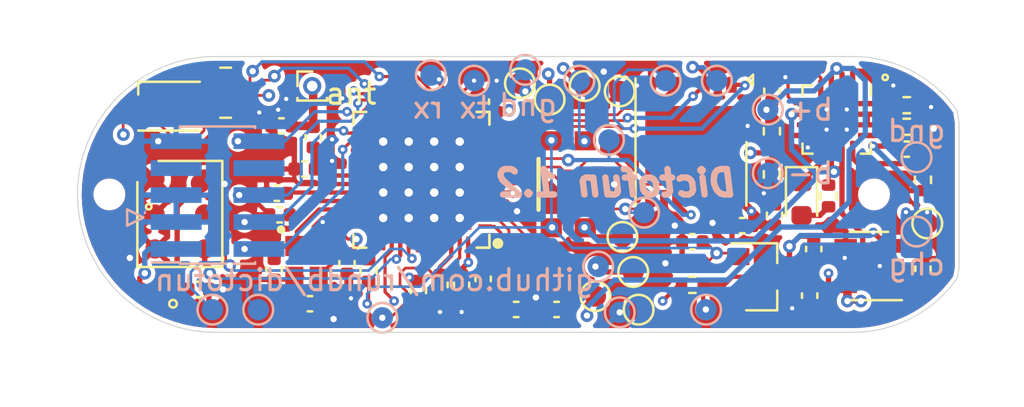
<source format=kicad_pcb>
(kicad_pcb (version 20211014) (generator pcbnew)
  (layers (0 "F.Cu" signal "Top") (1 "In1.Cu" signal) (2 "In2.Cu" signal) (31 "B.Cu" signal "Bottom") (34 "B.Paste" user) (35 "F.Paste" user) (36 "B.SilkS" user "B.Silkscreen") (37 "F.SilkS" user "F.Silkscreen") (38 "B.Mask" user) (39 "F.Mask" user) (44 "Edge.Cuts" user))
  (net 0 "")
  (net 1 "GND")
  (net 2 "VCC")
  (net 3 "/DEC4")
  (net 4 "/P0.28")
  (net 5 "/DEC3")
  (net 6 "/DEC2")
  (net 7 "/SWDIO")
  (net 8 "/SWDCLK")
  (net 9 "/P0.00{slash}XL1")
  (net 10 "/P0.01{slash}XL2")
  (net 11 "/P0.21{slash}RESET")
  (net 12 "/DEC1")
  (net 13 "+BATT")
  (net 14 "/MEM_IO3")
  (net 15 "/MEM_CLK")
  (net 16 "/MEM_DI")
  (net 17 "/MEM_CS")
  (net 18 "/MEM_DO")
  (net 19 "/MEM_IO2")
  (net 20 "Net-(D1-Pad4)")
  (net 21 "Net-(D1-Pad3)")
  (net 22 "Net-(D1-Pad2)")
  (net 23 "/LED_BLUE")
  (net 24 "/LED_RED")
  (net 25 "/LED_GREEN")
  (net 26 "V_charger")
  (net 27 "VSS")
  (net 28 "/P0.12")
  (net 29 "/P0.11")
  (net 30 "/Power/LDO_EN")
  (net 31 "MAIN_BUTTON")
  (net 32 "VBAT_LEVEL")
  (net 33 "MCU_POWER_LATCH")
  (net 34 "Net-(C10-Pad1)")
  (net 35 "Net-(C13-Pad1)")
  (net 36 "Net-(C14-Pad2)")
  (net 37 "Net-(C15-Pad1)")
  (net 38 "Net-(D3-Pad2)")
  (net 39 "Net-(D3-Pad1)")
  (net 40 "Net-(R6-Pad2)")
  (net 41 "Net-(R7-Pad2)")
  (net 42 "Net-(R8-Pad1)")
  (net 43 "Net-(C22-Pad2)")
  (net 44 "/P0.29")
  (net 47 "/P0.18{slash}SWO")
  (net 48 "/P0.16")
  (net 49 "/P0.17")
  (net 50 "/P0.19")
  (net 51 "/P0.20")
  (net 52 "/P0.22")
  (net 53 "/P0.23")
  (net 54 "/P0.24")
  (net 57 "unconnected-(U1-Pad42)")
  (net 58 "unconnected-(U1-Pad43)")
  (net 59 "unconnected-(U1-Pad44)")
  (net 60 "unconnected-(U1-Pad47)")
  (net 62 "/P0.25")
  (net 63 "unconnected-(D2-Pad2)")
  (footprint "nRF52832_qfaa:BT-XTAL_2016_N" (layer "F.Cu") (at 40.24488 38.4926 -90)
    (fp_text reference "X2" hide)
    (fp_text value "32MHz")
  )
  (footprint "Capacitor_SMD:C_0402_1005Metric" (layer "F.Cu") (at 40.55984 32.6416 90)
    (fp_text reference "L2" hide)
    (fp_text value "3.3nH")
  )
  (footprint "Capacitor_SMD:C_0402_1005Metric" (layer "F.Cu") (at 40.40484 40.4876 180)
    (fp_text reference "C10" hide)
    (fp_text value "10pF")
  )
  (footprint "Capacitor_SMD:C_0402_1005Metric" (layer "F.Cu") (at 38.72088 38.8646 -90)
    (fp_text reference "C13" hide)
    (fp_text value "10pF")
  )
  (footprint "Capacitor_SMD:C_0402_1005Metric" (layer "F.Cu") (at 40.15084 34.1376)
    (fp_text reference "C14" hide)
    (fp_text value "0.8pF")
  )
  (footprint "Capacitor_SMD:C_0402_1005Metric" (layer "F.Cu") (at 48.56084 39.3166 90)
    (fp_text reference "C9" hide)
    (fp_text value "100nF")
  )
  (footprint "Capacitor_SMD:C_0402_1005Metric" (layer "F.Cu") (at 49.19584 30.9626 90)
    (fp_text reference "C16" hide)
    (fp_text value "100nF")
  )
  (footprint "Capacitor_SMD:C_0402_1005Metric" (layer "F.Cu") (at 42.14988 38.5826 -90)
    (fp_text reference "C6" hide)
    (fp_text value "100nF")
  )
  (footprint "Capacitor_SMD:C_0402_1005Metric" (layer "F.Cu") (at 38.84788 35.2806 180)
    (fp_text reference "C8" hide)
    (fp_text value "N.M.")
  )
  (footprint "Capacitor_SMD:C_0402_1005Metric" (layer "F.Cu") (at 38.97488 36.2966 180)
    (fp_text reference "C7" hide)
    (fp_text value "100pF")
  )
  (footprint "Capacitor_SMD:C_0402_1005Metric" (layer "F.Cu") (at 47.54484 39.5986 -90)
    (fp_text reference "C5" hide)
    (fp_text value "4.7µF")
  )
  (footprint "Capacitor_SMD:C_0402_1005Metric" (layer "F.Cu") (at 46.52884 39.5986 -90)
    (fp_text reference "C4" hide)
    (fp_text value "1µF")
  )
  (footprint "nRF52832_qfaa:XTAL_3215_N" (layer "F.Cu") (at 50.9442 39.12496)
    (fp_text reference "X1" hide)
    (fp_text value "32.768kHz")
  )
  (footprint "Capacitor_SMD:C_0402_1005Metric" (layer "F.Cu") (at 50.1142 40.75796 180)
    (fp_text reference "C11" hide)
    (fp_text value "10pF")
  )
  (footprint "Capacitor_SMD:C_0402_1005Metric" (layer "F.Cu") (at 52.0192 40.75796)
    (fp_text reference "C12" hide)
    (fp_text value "10pF")
  )
  (footprint "nRF52832_qfaa:LED_Cree-PLCC4_2x2mm_CW" (layer "F.Cu") (at 33.77184 31.17596)
    (fp_text reference "D1" hide)
    (fp_text value "ASMB-LTC2-0A335")
  )
  (footprint "Resistor_SMD:R_Array_Convex_4x0402" (layer "F.Cu") (at 36.43884 30.54096 180)
    (fp_text reference "RN1" hide)
    (fp_text value "R_Pack04")
  )
  (footprint "Capacitor_SMD:C_0402_1005Metric" (layer "F.Cu") (at 62.2808 36.2966 90)
    (fp_text reference "C17" hide)
    (fp_text value "1uF")
  )
  (footprint "Capacitor_SMD:C_0402_1005Metric" (layer "F.Cu") (at 60.7568 36.8046 180)
    (fp_text reference "C18" hide)
    (fp_text value "100nF")
  )
  (footprint "Capacitor_SMD:C_0402_1005Metric" (layer "F.Cu") (at 35.16884 39.81196)
    (fp_text reference "C15" hide)
    (fp_text value "100nF")
  )
  (footprint "Capacitor_SMD:C_0402_1005Metric" (layer "F.Cu") (at 58.40984 37.5666 180)
    (fp_text reference "C3" hide)
    (fp_text value "100nF")
  )
  (footprint "Resistor_SMD:R_0402_1005Metric" (layer "F.Cu") (at 58.40984 38.5826 180)
    (fp_text reference "R1" hide)
    (fp_text value "100K")
  )
  (footprint "Package_TO_SOT_SMD:SOT-23-5" (layer "F.Cu") (at 66.7258 38.7096 180)
    (fp_text reference "U3" hide)
    (fp_text value "TLV75533PDBVR")
  )
  (footprint "_other:VQFN-16-1EP_3x3mm_P0.5mm_EP1.45x1.45mm_ThermalVias" (layer "F.Cu") (at 65.2058 31.8046 -90)
    (fp_text reference "U4" hide)
    (fp_text value "BQ24078RGTR")
  )
  (footprint "Resistor_SMD:R_0402_1005Metric" (layer "F.Cu") (at 68.5038 32.1446 180)
    (fp_text reference "R6" hide)
    (fp_text value "1.13K")
  )
  (footprint "Resistor_SMD:R_0402_1005Metric" (layer "F.Cu") (at 58.40984 39.5986 180)
    (fp_text reference "R5" hide)
    (fp_text value "1.6K")
  )
  (footprint "Capacitor_SMD:C_0402_1005Metric" (layer "F.Cu") (at 62.1538 30.4546 -90)
    (fp_text reference "C20" hide)
    (fp_text value "4.7uF")
  )
  (footprint "Capacitor_SMD:C_0402_1005Metric" (layer "F.Cu") (at 69.2658 38.8366 90)
    (fp_text reference "C21" hide)
    (fp_text value "4.7uF")
  )
  (footprint "Resistor_SMD:R_0402_1005Metric" (layer "F.Cu") (at 64.8208 35.4076 -90)
    (fp_text reference "R9" hide)
    (fp_text value "1K")
  )
  (footprint "Resistor_SMD:R_0402_1005Metric" (layer "F.Cu") (at 62.1538 34.3916 -90)
    (fp_text reference "R11" hide)
    (fp_text value "100K")
  )
  (footprint "Resistor_SMD:R_0402_1005Metric" (layer "F.Cu") (at 68.5038 31.1286 180)
    (fp_text reference "R7" hide)
    (fp_text value "10K")
  )
  (footprint "Resistor_SMD:R_0402_1005Metric" (layer "F.Cu") (at 62.1538 32.3576 -90)
    (fp_text reference "R10" hide)
    (fp_text value "100K")
  )
  (footprint "LED_SMD:LED_0603_1608Metric" (layer "F.Cu") (at 63.5508 35.5346 -90)
    (fp_text reference "D3" hide)
    (fp_text value "LED")
  )
  (footprint "Package_TO_SOT_SMD:SOT-23" (layer "F.Cu") (at 61.6458 39.2176)
    (fp_text reference "D2" hide)
    (fp_text value "BAS40-05,215")
  )
  (footprint "nRF52832_qfaa:QFN40P600X600X90-48_N" (layer "F.Cu") (at 45.65584 34.6456 180)
    (fp_text reference "U1" hide)
    (fp_text value "NRF52832")
  )
  (footprint "Sensor_Audio:ST_HLGA-6_3.76x4.72mm_P1.65mm" (layer "F.Cu") (at 34.27984 36.25596)
    (fp_text reference "MK1" hide)
    (fp_text value "SPM1423HM4H")
  )
  (footprint "nRF52832_qfaa:MountingHole_1mm" (layer "F.Cu") (at 30.9628 35.3346)
    (fp_text reference "H2" hide)
    (fp_text value "MountingHole")
  )
  (footprint "nRF52832_qfaa:WSON-8-1EP_6x5mm_P1.27mm_EP3.4x4.3mm" (layer "F.Cu") (at 58.3438 32.8676 -90)
    (fp_text reference "U2" hide)
    (fp_text value "W25Q32JVZP")
  )
  (footprint "Capacitor_SMD:C_0402_1005Metric" (layer "F.Cu") (at 68.5038 33.2006 180)
    (fp_text reference "C19" hide)
    (fp_text value "1uF")
  )
  (footprint "Resistor_SMD:R_0402_1005Metric" (layer "F.Cu") (at 69.2658 34.6456 -90)
    (fp_text reference "R8" hide)
    (fp_text value "1.18K")
  )
  (footprint "nRF52832_qfaa:MountingHole_1mm" (layer "F.Cu") (at 66.9628 35.3346)
    (fp_text reference "H1" hide)
    (fp_text value "MountingHole")
  )
  (footprint "Capacitor_SMD:C_0402_1005Metric" (layer "F.Cu") (at 63.9318 40.1066 -90)
    (fp_text reference "C1" hide)
    (fp_text value "10uF")
  )
  (footprint "Capacitor_SMD:C_0402_1005Metric" (layer "F.Cu") (at 45.51284 39.878 -90)
    (fp_text reference "C2" hide)
    (fp_text value "10uF")
  )
  (footprint "Capacitor_SMD:C_0402_1005Metric" (layer "F.Cu") (at 39.06384 32.1056)
    (fp_text reference "C22" hide)
    (fp_text value "DNP")
  )
  (footprint "Resistor_SMD:R_0402_1005Metric" (layer "F.Cu") (at 32.88284 39.81196 180)
    (fp_text reference "R3" hide)
    (fp_text value "330")
  )
  (footprint "_other:SW_KMR221GLFS" (layer "F.Cu") (at 52.56784 34.85896 -90)
    (fp_text reference "S1" hide)
    (fp_text value "KMR221GLFS")
  )
  (footprint "Connector_PinHeader_1.00mm:PinHeader_1x01_P1.00mm_Vertical" (layer "F.Cu") (at 40.513 30.226)
    (fp_text reference "J1" hide)
    (fp_text value "Conn_01x01_Female")
  )
  (footprint "TestPoint:TestPoint_Pad_D1.0mm" (layer "F.Cu") (at 55.118 37.338)
    (fp_text reference "TP24" hide)
    (fp_text value "TestPoint")
  )
  (footprint "Resistor_SMD:R_0402_1005Metric" (layer "F.Cu") (at 43.16588 38.92296 -90)
    (fp_text reference "R13" hide)
    (fp_text value "330")
  )
  (footprint "TestPoint:TestPoint_Pad_D1.0mm" (layer "F.Cu") (at 69.469 36.703)
    (fp_text reference "TP26" hide)
    (fp_text value "TestPoint")
  )
  (footprint "Capacitor_SMD:C_0402_1005Metric" (layer "F.Cu") (at 64.12484 37.90696 -90)
    (fp_text reference "C23" hide)
    (fp_text value "100pF")
  )
  (footprint "TestPoint:TestPoint_Pad_D1.0mm" (layer "F.Cu") (at 53.34 30.226)
    (fp_text reference "TP23" hide)
    (fp_text value "TestPoint")
  )
  (footprint "TestPoint:TestPoint_Pad_D1.0mm" (layer "F.Cu") (at 53.848 40.132)
    (fp_text reference "TP27" hide)
    (fp_text value "TestPoint")
  )
  (footprint "TestPoint:TestPoint_Pad_D1.0mm" (layer "F.Cu") (at 55.88 40.767)
    (fp_text reference "TP28" hide)
    (fp_text value "TestPoint")
  )
  (footprint "TestPoint:TestPoint_Pad_D1.0mm" (layer "F.Cu") (at 54.991 30.48)
    (fp_text reference "TP21" hide)
    (fp_text value "TestPoint")
  )
  (footprint "TestPoint:TestPoint_Pad_D1.0mm" (layer "F.Cu") (at 50.292 30.099)
    (fp_text reference "TP20" hide)
    (fp_text value "TestPoint")
  )
  (footprint "TestPoint:TestPoint_Pad_D1.0mm" (layer "F.Cu") (at 55.626 38.989)
    (fp_text reference "TP25" hide)
    (fp_text value "TestPoint")
  )
  (footprint "TestPoint:TestPoint_Pad_D1.0mm" (layer "F.Cu") (at 51.689 30.861)
    (fp_text reference "TP22" hide)
    (fp_text value "TestPoint")
  )
  (footprint "Connector_PinHeader_1.27mm:PinHeader_2x05_P1.27mm_Vertical_SMD" (layer "B.Cu") (at 36.05784 35.36696)
    (fp_text reference "J2" hide)
    (fp_text value "Conn_02x05_Odd_Even")
  )
  (footprint "TestPoint:TestPoint_Pad_D1.0mm" (layer "B.Cu") (at 61.9628 31.3346 180)
    (fp_text reference "TP1" hide)
    (fp_text value "b+")
  )
  (footprint "TestPoint:TestPoint_Pad_D1.0mm" (layer "B.Cu") (at 68.9628 37.0846 180)
    (fp_text reference "TP2" hide)
    (fp_text value "chg")
  )
  (footprint "TestPoint:TestPoint_Pad_D1.0mm" (layer "B.Cu") (at 68.9628 33.5846 180)
    (fp_text reference "TP4" hide)
    (fp_text value "gnd")
  )
  (footprint "TestPoint:TestPoint_Pad_D1.0mm" (layer "B.Cu") (at 61.9628 34.3346 180)
    (fp_text reference "TP3" hide)
    (fp_text value "b-")
  )
  (footprint "TestPoint:TestPoint_Pad_D1.0mm" (layer "B.Cu") (at 46.101 29.718)
    (fp_text reference "TP6" hide)
    (fp_text value "TestPoint")
  )
  (footprint "TestPoint:TestPoint_Pad_D1.0mm" (layer "B.Cu") (at 48.133 29.972)
    (fp_text reference "TP7" hide)
    (fp_text value "TestPoint")
  )
  (footprint "TestPoint:TestPoint_Pad_D1.0mm" (layer "B.Cu") (at 50.546 29.464)
    (fp_text reference "TP8" hide)
    (fp_text value "TestPoint")
  )
  (footprint "TestPoint:TestPoint_Pad_D1.0mm" (layer "B.Cu") (at 56.134 36.195 180)
    (fp_text reference "TP12" hide)
    (fp_text value "TestPoint")
  )
  (footprint "TestPoint:TestPoint_Pad_D1.0mm" (layer "B.Cu") (at 59.563 29.972 180)
    (fp_text reference "TP14" hide)
    (fp_text value "TestPoint")
  )
  (footprint "TestPoint:TestPoint_Pad_D1.0mm" (layer "B.Cu") (at 54.991 40.894 180)
    (fp_text reference "TP19" hide)
    (fp_text value "TestPoint")
  )
  (footprint "TestPoint:TestPoint_Pad_D1.0mm" (layer "B.Cu") (at 37.973 40.767 180)
    (fp_text reference "TP9" hide)
    (fp_text value "TestPoint")
  )
  (footprint "TestPoint:TestPoint_Pad_D1.0mm" (layer "B.Cu") (at 57.15 29.972 180)
    (fp_text reference "TP13" hide)
    (fp_text value "TestPoint")
  )
  (footprint "TestPoint:TestPoint_Pad_D1.0mm" (layer "B.Cu") (at 59.055 40.767 180)
    (fp_text reference "TP16" hide)
    (fp_text value "TestPoint")
  )
  (footprint "TestPoint:TestPoint_Pad_D1.0mm" (layer "B.Cu") (at 35.814 40.767 180)
    (fp_text reference "TP10" hide)
    (fp_text value "TestPoint")
  )
  (footprint "TestPoint:TestPoint_Pad_D1.0mm" (layer "B.Cu") (at 43.815 41.148 180)
    (fp_text reference "TP11" hide)
    (fp_text value "TestPoint")
  )
  (footprint "TestPoint:TestPoint_Pad_D1.0mm" (layer "B.Cu") (at 53.086 29.972 180)
    (fp_text reference "TP18" hide)
    (fp_text value "TestPoint")
  )
  (footprint "TestPoint:TestPoint_Pad_D1.0mm" (layer "B.Cu") (at 54.483 32.766 180)
    (fp_text reference "TP15" hide)
    (fp_text value "TestPoint")
  )
  (footprint "TestPoint:TestPoint_Pad_D1.0mm" (layer "B.Cu") (at 53.975 38.735 180)
    (fp_text reference "TP17" hide)
    (fp_text value "TestPoint")
  )
  (gr_line (start 31.8008 36.8046) (end 31.8008 36.0426) (layer "B.SilkS") (width 0.12))
  (gr_line (start 31.8008 36.0426) (end 32.5628 36.4236) (layer "B.SilkS") (width 0.12))
  (gr_line (start 32.5628 36.4236) (end 31.8008 36.8046) (layer "B.SilkS") (width 0.12))
  (gr_line (start 61.2648 30.2006) (end 61.2648 29.6926) (layer "F.SilkS") (width 0.12))
  (gr_circle (center 33.9598 40.4876) (end 34.0868 40.6146) (layer "F.SilkS") (width 0.12) (fill none))
  (gr_line (start 61.0108 29.9466) (end 61.2648 30.2006) (layer "F.SilkS") (width 0.12))
  (gr_circle (center 32.8168 35.9156) (end 32.8168 36.0426) (layer "F.SilkS") (width 0.12) (fill none))
  (gr_circle (center 67.4878 29.8196) (end 67.4878 29.9466) (layer "F.SilkS") (width 0.12) (fill none))
  (gr_line (start 61.2648 29.6926) (end 61.0108 29.9466) (layer "F.SilkS") (width 0.12))
  (gr_line (start 65.9628 28.8346) (end 35.9628 28.8346) (layer "Edge.Cuts") (width 0.05))
  (gr_line (start 35.9628 41.8346) (end 65.9628 41.8346) (layer "Edge.Cuts") (width 0.05))
  (gr_arc (start 65.9628 28.8346) (mid 68.733662 29.512728) (end 70.878192 31.393826) (layer "Edge.Cuts") (width 0.05))
  (gr_line (start 70.878192 31.393826) (end 70.9628 31.933105) (layer "Edge.Cuts") (width 0.05))
  (gr_line (start 70.9628 38.80396) (end 70.878192 39.275374) (layer "Edge.Cuts") (width 0.05))
  (gr_line (start 70.9628 31.933105) (end 70.9628 38.80396) (layer "Edge.Cuts") (width 0.05))
  (gr_arc (start 35.9628 41.8346) (mid 29.4628 35.3346) (end 35.9628 28.8346) (layer "Edge.Cuts") (width 0.05))
  (gr_arc (start 70.878192 39.275374) (mid 68.733663 41.156472) (end 65.9628 41.8346) (layer "Edge.Cuts") (width 0.05))
  (gr_text "rx" (at 45.974 31.242) (layer "B.SilkS") (effects (font (size 1 1)) (justify mirror)))
  (gr_text "gnd" (at 50.673 31.115) (layer "B.SilkS") (effects (font (size 1 1)) (justify mirror)))
  (gr_text "Dictofun 1.2" (at 54.864 34.798) (layer "B.SilkS") (effects (font (size 1.2 1.2) (thickness 0.3) italic) (justify mirror)))
  (gr_text "github.com/rundb/dictofun" (at 43.434 39.37) (layer "B.SilkS") (effects (font (size 1 1)) (justify mirror)))
  (gr_text "tx" (at 48.133 31.242) (layer "B.SilkS") (effects (font (size 1 1)) (justify mirror)))
  (gr_text "ant" (at 42.3418 30.5816) (layer "F.SilkS") (effects (font (size 1 1))))
  (segment (start 38.78184 34.1376) (end 38.78184 33.1216) (width 0.2) (layer "F.Cu") (net 1))
  (segment (start 63.84681 33.1216) (end 63.84681 33.1216) (width 0.25) (layer "F.Cu") (net 1))
  (segment (start 61.0108 32.1056) (end 59.1058 32.1056) (width 0.5) (layer "F.Cu") (net 1))
  (segment (start 41.926113 30.804873) (end 41.90711 30.823876) (width 0.2) (layer "F.Cu") (net 1))
  (segment (start 39.281583 30.954343) (end 39.290335 30.94559) (width 0.4) (layer "F.Cu") (net 1))
  (segment (start 62.7888 29.8096) (end 62.7888 29.8096) (width 0.25) (layer "F.Cu") (net 1))
  (segment (start 64.14516 29.52496) (end 63.07344 29.52496) (width 0.15) (layer "F.Cu") (net 1))
  (segment (start 62.7888 29.9466) (end 62.7888 29.8096) (width 0.15) (layer "F.Cu") (net 1))
  (segment (start 41.70284 34.0106) (end 41.448134 33.755894) (width 0.2) (layer "F.Cu") (net 1))
  (segment (start 45.648872 40.877632) (end 46.52884 40.877632) (width 0.2) (layer "F.Cu") (net 1))
  (segment (start 64.4558 32.5546) (end 65.2058 31.8046) (width 0.2) (layer "F.Cu") (net 1))
  (segment (start 48.70384 35.6456) (end 48.71984 35.6616) (width 0.2) (layer "F.Cu") (net 1))
  (segment (start 49.667783 35.6616) (end 50.135143 36.12896) (width 0.2) (layer "F.Cu") (net 1))
  (segment (start 59.1058 32.1056) (end 58.3438 32.8676) (width 0.5) (layer "F.Cu") (net 1))
  (segment (start 38.90884 40.8686) (end 38.90884 40.3606) (width 0.15) (layer "F.Cu") (net 1))
  (segment (start 57.13984 37.90696) (end 57.13984 38.5826) (width 0.127) (layer "F.Cu") (net 1))
  (segment (start 57.4802 37.5666) (end 57.13984 37.90696) (width 0.127) (layer "F.Cu") (net 1))
  (segment (start 63.735 33.00979) (end 63.84681 33.1216) (width 0.25) (layer "F.Cu") (net 1))
  (segment (start 55.118 40.767) (end 54.991 40.894) (width 0.25) (layer "F.Cu") (net 1))
  (segment (start 42.33784 39.12356) (end 42.27688 39.0626) (width 0.2) (layer "F.Cu") (net 1))
  (segment (start 69.7718 35.1556) (end 69.9008 35.0266) (width 0.25) (layer "F.Cu") (net 1))
  (segment (start 36.494363 34.73196) (end 36.386818 34.839505) (width 0.2) (layer "F.Cu") (net 1))
  (segment (start 63.81744 40.70096) (end 63.9318 40.5866) (width 0.25) (layer "F.Cu") (net 1))
  (segment (start 38.72088 39.3446) (end 38.72088 40.17264) (width 0.2) (layer "F.Cu") (net 1))
  (segment (start 62.1518 34.9016) (end 61.7728 35.2806) (width 0.4) (layer "F.Cu") (net 1))
  (segment (start 31.9278 37.338) (end 31.9278 38.3286) (width 0.254) (layer "F.Cu") (net 1))
  (segment (start 54.61 29.972) (end 54.23908 29.547224) (width 0.25) (layer "F.Cu") (net 1))
  (segment (start 46.65584 36.8456) (end 46.25584 36.4456) (width 0.2) (layer "F.Cu") (net 1))
  (segment (start 38.01984 34.54796) (end 38.01984 31.4706) (width 0.25) (layer "F.Cu") (net 1))
  (segment (start 39.92484 40.4876) (end 39.03584 40.4876) (width 0.2) (layer "F.Cu") (net 1))
  (segment (start 64.4558 30.3671) (end 64.4558 29.8356) (width 0.15) (layer "F.Cu") (net 1))
  (segment (start 39.28984 30.945095) (end 39.290335 30.94559) (width 0.4) (layer "F.Cu") (net 1))
  (segment (start 41.33249 41.02261) (end 41.51884 41.20896) (width 0.15) (layer "F.Cu") (net 1))
  (segment (start 38.78184 34.1376) (end 39.67084 34.1376) (width 0.2) (layer "F.Cu") (net 1))
  (segment (start 51.10084 40.75796) (end 50.5942 40.75796) (width 0.127) (layer "F.Cu") (net 1))
  (segment (start 31.9558 38.3006) (end 31.9278 38.3286) (width 0.2) (layer "F.Cu") (net 1))
  (segment (start 50.135143 36.12896) (end 50.15484 36.12896) (width 0.2) (layer "F.Cu") (net 1))
  (segment (start 40.81988 36.82396) (end 40.81988 37.7676) (width 0.2) (layer "F.Cu") (net 1))
  (segment (start 40.02644 29.337) (end 39.281583 30.081857) (width 0.2) (layer "F.Cu") (net 1))
  (segment (start 63.7683 31.0546) (end 63.24148 31.0546) (width 0.15) (layer "F.Cu") (net 1))
  (segment (start 62.6238 29.9746) (end 62.7888 29.8096) (width 0.25) (layer "F.Cu") (net 1))
  (segment (start 65.6258 38.285594) (end 65.5828 38.328594) (width 0.25) (layer "F.Cu") (net 1))
  (segment (start 64.4558 29.8356) (end 64.14516 29.52496) (width 0.15) (layer "F.Cu") (net 1))
  (segment (start 41.95684 30.774146) (end 41.926113 30.804873) (width 0.2) (layer "F.Cu") (net 1))
  (segment (start 54.61 30.48) (end 54.61 29.972) (width 0.25) (layer "F.Cu") (net 1))
  (segment (start 37.83584 34.73196) (end 37.83584 35.63756) (width 0.2) (layer "F.Cu") (net 1))
  (segment (start 56.4388 30.1676) (end 55.8368 30.1676) (width 0.15) (layer "F.Cu") (net 1))
  (segment (start 62.992 32.766) (end 62.992 32.893) (width 0.2) (layer "F.Cu") (net 1))
  (segment (start 38.78184 33.1216) (end 38.78184 32.3036) (width 0.2) (layer "F.Cu") (net 1))
  (segment (start 47.54484 40.0786) (end 47.54484 40.877632) (width 0.25) (layer "F.Cu") (net 1))
  (segment (start 41.448134 32.742718) (end 41.448134 33.755894) (width 0.25) (layer "F.Cu") (net 1))
  (segment (start 31.9278 35.433) (end 31.9278 35.687) (width 0.254) (layer "F.Cu") (net 1))
  (segment (start 63.82141 33.147) (end 63.84681 33.1216) (width 0.2) (layer "F.Cu") (net 1))
  (segment (start 48.65584 34.8456) (end 47.85584 34.8456) (width 0.2) (layer "F.Cu") (net 1))
  (segment (start 37.83584 34.73196) (end 36.494363 34.73196) (width 0.2) (layer "F.Cu") (net 1))
  (segment (start 41.95684 30.7086) (end 41.95684 30.774146) (width 0.2) (layer "F.Cu") (net 1))
  (segment (start 57.92984 37.5666) (end 57.4802 37.5666) (width 0.127) (layer "F.Cu") (net 1))
  (segment (start 51.5392 40.75796) (end 51.10084 40.75796) (width 0.127) (layer "F.Cu") (net 1))
  (segment (start 69.6858 32.1446) (end 69.7738 32.2326) (width 0.25) (layer "F.Cu") (net 1))
  (segment (start 68.9128 38.7096) (end 67.8258 38.7096) (width 0.25) (layer "F.Cu") (net 1))
  (segment (start 38.765325 31.4706) (end 39.281583 30.954343) (width 0.4) (layer "F.Cu") (net 1))
  (segment (start 39.06285 41.02261) (end 38.90884 40.8686) (width 0.15) (layer "F.Cu") (net 1))
  (segment (start 42.33784 40.2336) (end 42.33784 39.12356) (width 0.2) (layer "F.Cu") (net 1))
  (segment (start 46.65584 35.6456) (end 45.65584 34.6456) (width 0.2) (layer "F.Cu") (net 1))
  (segment (start 40.07885 41.02261) (end 41.33249 41.02261) (width 0.15) (layer "F.Cu") (net 1))
  (segment (start 48.65584 35.6456) (end 48.70384 35.6456) (width 0.2) (layer "F.Cu") (net 1))
  (segment (start 66.6433 31.5546) (end 65.4558 31.5546) (width 0.2) (layer "F.Cu") (net 1))
  (segment (start 41.44884 33.755188) (end 41.448134 33.755894) (width 0.2) (layer "F.Cu") (net 1))
  (segment (start 49.181024 35.6616) (end 49.667783 35.6616) (width 0.2) (layer "F.Cu") (net 1))
  (segment (start 53.99284 34.85896) (end 54.72684 34.85896) (width 0.127) (layer "F.Cu") (net 1))
  (segment (start 69.0138 33.1706) (end 68.9838 33.2006) (width 0.25) (layer "F.Cu") (net 1))
  (segment (start 41.90711 30.88533) (end 41.90711 30.823876) (width 0.2) (layer "F.Cu") (net 1))
  (segment (start 41.44884 33.7566) (end 41.44884 33.7566) (width 0.2) (layer "F.Cu") (net 1))
  (segment (start 37.96284 34.60496) (end 38.01984 34.54796) (width 0.25) (layer "F.Cu") (net 1))
  (segment (start 62.2808 35.8166) (end 62.2808 35.7886) (width 0.4) (layer "F.Cu") (net 1))
  (segment (start 57.92484 38.5826) (end 57.13984 38.5826) (width 0.127) (layer "F.Cu") (net 1))
  (segment (start 69.9008 33.870758) (end 69.230642 33.2006) (width 0.25) (layer "F.Cu") (net 1))
  (segment (start 33.10984 36.25596) (end 32.98284 36.38296) (width 0.254) (layer "F.Cu") (net 1))
  (segment (start 48.56084 39.7966) (end 48.59584 39.7966) (width 0.2) (layer "F.Cu") (net 1))
  (segment (start 65.6258 37.7596) (end 65.6258 38.285594) (width 0.25) (layer "F.Cu") (net 1))
  (segment (start 31.9278 35.687) (end 31.9278 37.338) (width 0.254) (layer "F.Cu") (net 1))
  (segment (start 38.72088 40.17264) (end 38.90884 40.3606) (width 0.2) (layer "F.Cu") (net 1))
  (segment (start 62.2808 35.7886) (end 61.7728 35.2806) (width 0.4) (layer "F.Cu") (net 1))
  (segment (start 48.65584 34.8456) (end 48.658855 34.842585) (width 0.127) (layer "F.Cu") (net 1))
  (segment (start 38.78184 32.3036) (end 38.58384 32.1056) (width 0.2) (layer "F.Cu") (net 1))
  (segment (start 31.99384 36.38296) (end 31.9278 36.31692) (width 0.254) (layer "F.Cu") (net 1))
  (segment (start 63.246 33.147) (end 63.82141 33.147) (width 0.2) (layer "F.Cu") (net 1))
  (segment (start 37.96284 34.60496) (end 37.83584 34.73196) (width 0.2) (layer "F.Cu") (net 1))
  (segment (start 38.58384 32.1616) (end 38.58384 32.1056) (width 0.2) (layer "F.Cu") (net 1))
  (segment (start 49.19584 30.4826) (end 49.19584 29.972) (width 0.2) (layer "F.Cu") (net 1))
  (segment (start 55.88 40.767) (end 55.118 40.767) (width 0.25) (layer "F.Cu") (net 1))
  (segment (start 32.54188 37.338) (end 31.9278 37.338) (width 0.254) (layer "F.Cu") (net 1))
  (segment (start 41.95684 34.0106) (end 41.70284 34.0106) (width 0.2) (layer "F.Cu") (net 1))
  (segment (start 62.992 32.893) (end 63.246 33.147) (width 0.2) (layer "F.Cu") (net 1))
  (segment (start 63.24148 31.0546) (end 62.9158 30.72892) (width 0.15) (layer "F.Cu") (net 1))
  (segment (start 39.67084 34.6456) (end 39.67084 34.1376) (width 0.2) (layer "F.Cu") (net 1))
  (segment (start 38.00348 34.6456) (end 39.67084 34.6456) (width 0.25) (layer "F.Cu") (net 1))
  (segment (start 35.64884 39.81196) (end 36.31184 39.81196) (width 0.254) (layer "F.Cu") (net 1))
  (segment (start 69.230642 33.2006) (end 68.9838 33.2006) (width 0.25) (layer "F.Cu") (net 1))
  (segment (start 41.82984 29.6926) (end 41.47424 29.337) (width 0.2) (layer "F.Cu") (net 1))
  (segment (start 69.2658 35.1556) (end 69.7718 35.1556) (width 0.25) (layer "F.Cu") (net 1))
  (segment (start 63.07344 29.52496) (end 62.7888 29.8096) (width 0.15) (layer "F.Cu") (net 1))
  (segment (start 41.449546 32.741306) (end 41.448134 32.742718) (width 0.25) (layer "F.Cu") (net 1))
  (segment (start 41.44884 31.3436) (end 41.44884 33.755188) (width 0.2) (layer "F.Cu") (net 1))
  (segment (start 48.65584 35.6456) (end 46.65584 35.6456) (width 0.2) (layer "F.Cu") (net 1))
  (segment (start 33.10984 37.90596) (end 32.54188 37.338) (width 0.254) (layer "F.Cu") (net 1))
  (segment (start 69.0138 32.1446) (end 69.6858 32.1446) (width 0.25) (layer "F.Cu") (net 1))
  (segment (start 41.44884 31.3436) (end 41.82984 30.9626) (width 0.25) (layer "F.Cu") (net 1))
  (segment (start 40.07885 41.02261) (end 39.06285 41.02261) (width 0.15) (layer "F.Cu") (net 1))
  (segment (start 46.65584 37.6456) (end 46.65584 36.8456) (width 0.2) (layer "F.Cu") (net 1))
  (segment (start 39.281583 30.081857) (end 39.281583 30.954343) (width 0.2) (layer "F.Cu") (net 1))
  (segment (start 41.95684 30.5816) (end 41.95684 30.7086) (width 0.25) (layer "F.Cu") (net 1))
  (segment (start 46.52884 40.0786) (end 46.52884 40.877632) (width 0.25) (layer "F.Cu") (net 1))
  (segment (start 39.03584 40.4876) (end 38.90884 40.3606) (width 0.2) (layer "F.Cu") (net 1))
  (segment (start 65.4558 32.0546) (end 65.2058 31.8046) (width 0.2) (layer "F.Cu") (net 1))
  (segment (start 50.900465 34.842585) (end 51.04384 34.98596) (width 0.127) (layer "F.Cu") (net 1))
  (segment (start 41.44884 31.3436) (end 41.44884 32.7406) (width 0.25) (layer "F.Cu") (net 1))
  (segment (start 51.04384 40.70096) (end 51.04384 40.19296) (width 0.127) (layer "F.Cu") (net 1))
  (segment (start 42.65584 34.8456) (end 39.87084 34.8456) (width 0.2) (layer "F.Cu") (net 1))
  (segment (start 38.65484 32.0346) (end 38.58384 32.1056) (width 0.2) (layer "F.Cu") (net 1))
  (segment (start 61.0108 32.1056) (end 61.0108 32.1056) (width 0.5) (layer "F.Cu") (net 1))
  (segment (start 63.7683 32.5546) (end 63.2034 32.5546) (width 0.2) (layer "F.Cu") (net 1))
  (segment (start 47.85584 34.8456) (end 47.45584 35.2456) (width 0.2) (layer "F.Cu") (net 1))
  (segment (start 66.6433 32.0546) (end 65.4558 32.0546) (width 0.2) (layer "F.Cu") (net 1))
  (segment (start 41.44884 32.7406) (end 41.449546 32.741306) (width 0.25) (layer "F.Cu") (net 1))
  (segment (start 32.98284 36.38296) (end 31.99384 36.38296) (width 0.254) (layer "F.Cu") (net 1))
  (segment (start 48.27884 40.0786) (end 48.56084 39.7966) (width 0.2) (layer "F.Cu") (net 1))
  (segment (start 61.7728 35.2806) (end 59.3598 32.8676) (width 0.5) (layer "F.Cu") (net 1))
  (segment (start 41.47424 29.337) (end 40.02644 29.337) (width 0.2) (layer "F.Cu") (net 1))
  (segment (start 55.8368 30.1676) (end 55.8038 30.2006) (width 0.15) (layer "F.Cu") (net 1))
  (segment (start 38.01984 31.4706) (end 38.765325 31.4706) (width 0.4) (layer "F.Cu") (net 1))
  (segment (start 48.658855 34.842585) (end 50.900465 34.842585) (width 0.127) (layer "F.Cu") (net 1))
  (segment (start 63.10884 40.70096) (end 63.81744 40.70096) (width 0.25) (layer "F.Cu") (net 1))
  (segment (start 37.83584 35.63756) (end 38.49488 36.2966) (width 0.2) (layer "F.Cu") (net 1))
  (segment (start 64.25184 38.25996) (end 65.514166 38.25996) (width 0.25) (layer "F.Cu") (net 1))
  (segment (start 31.9278 36.31692) (end 31.9278 35.687) (width 0.254) (layer "F.Cu") (net 1))
  (segment (start 62.9158 30.0736) (end 62.7888 29.9466) (width 0.15) (layer "F.Cu") (net 1))
  (segment (start 41.44884 31.3436) (end 41.90711 30.88533) (width 0.2) (layer "F.Cu") (net 1))
  (segment (start 39.92484 39.3446) (end 38.72088 39.3446) (width 0.2) (layer "F.Cu") (net 1))
  (segment (start 69.0138 31.1286) (end 69.0138 33.1706) (width 0.25) (layer "F.Cu") (net 1))
  (segment (start 69.9008 35.0266) (end 69.9008 33.870758) (width 0.25) (layer "F.Cu") (net 1))
  (segment (start 32.75484 34.60596) (end 31.9278 35.433) (width 0.254) (layer "F.Cu") (net 1))
  (segment (start 51.10084 40.75796) (end 51.04384 40.70096) (width 0.127) (layer "F.Cu") (net 1))
  (segment (start 41.82984 30.9626) (end 41.82984 30.8356) (width 0.25) (layer "F.Cu") (net 1))
  (segment (start 39.87084 34.8456) (end 39.67084 34.6456) (width 0.2) (layer "F.Cu") (net 1))
  (segment (start 54.23908 29.547224) (end 54.229 29.591) (width 0.25) (layer "F.Cu") (net 1))
  (segment (start 41.82984 30.8356) (end 41.95684 30.7086) (width 0.25) (layer "F.Cu") (net 1))
  (segment (start 41.95684 30.5816) (end 41.95684 29.8196) (width 0.25) (layer "F.Cu") (net 1))
  (segment (start 39.92484 39.3446) (end 40.05184 39.2176) (width 0.2) (layer "F.Cu") (net 1))
  (segment (start 47.54484 40.0786) (end 48.27884 40.0786) (width 0.2) (layer "F.Cu") (net 1))
  (segment (start 63.2034 32.5546) (end 62.992 32.766) (width 0.2) (layer "F.Cu") (net 1))
  (segment (start 39.92484 40.8686) (end 40.07885 41.02261) (width 0.15) (layer "F.Cu") (net 1))
  (segment (start 45.79224 40.0786) (end 47.54484 40.0786) (width 0.25) (layer "F.Cu") (net 1))
  (segment (start 39.92484 40.4876) (end 39.92484 40.8686) (width 0.15) (layer "F.Cu") (net 1))
  (segment (start 45.45584 34.8456) (end 45.65584 34.6456) (width 0.2) (layer "F.Cu") (net 1))
  (segment (start 62.9158 30.72892) (end 62.9158 30.0736) (width 0.15) (layer "F.Cu") (net 1))
  (segment (start 48.71984 35.6616) (end 49.181024 35.6616) (width 0.2) (layer "F.Cu") (net 1))
  (segment (start 65.514166 38.25996) (end 65.582803 38.328597) (width 0.25) (layer "F.Cu") (net 1))
  (segment (start 42.65584 34.8456) (end 45.45584 34.8456) (width 0.2) (layer "F.Cu") (net 1))
  (segment (start 37.96284 34.60496) (end 38.00348 34.6456) (width 0.25) (layer "F.Cu") (net 1))
  (segment (start 41.00688 36.63696) (end 40.81988 36.82396) (width 0.2) (layer "F.Cu") (net 1))
  (segment (start 62.1538 34.9016) (end 62.1518 34.9016) (width 0.4) (layer "F.Cu") (net 1))
  (segment (start 45.51284 40.358) (end 45.51284 40.7416) (width 0.2) (layer "F.Cu") (net 1))
  (segment (start 41.95684 29.8196) (end 41.82984 29.6926) (width 0.25) (layer "F.Cu") (net 1))
  (segment (start 65.4558 31.5546) (end 65.2058 31.8046) (width 0.2) (layer "F.Cu") (net 1))
  (segment (start 65.4128 31.5976) (end 65.2058 31.8046) (width 0.2) (layer "F.Cu") (net 1))
  (segment (start 69.2658 38.3566) (end 68.9128 38.7096) (width 0.25) (layer "F.Cu") (net 1))
  (segment (start 33.10984 34.60596) (end 32.75484 34.60596) (width 0.254) (layer "F.Cu") (net 1))
  (segment (start 62.1538 29.9746) (end 62.6238 29.9746) (width 0.25) (layer "F.Cu") (net 1))
  (segment (start 45.51284 40.7416) (end 45.648872 40.877632) (width 0.2) (layer "F.Cu") (net 1))
  (segment (start 59.3598 32.8676) (end 58.3438 32.8676) (width 0.5) (layer "F.Cu") (net 1))
  (segment (start 39.92484 40.4876) (end 39.92484 39.3446) (width 0.2) (layer "F.Cu") (net 1))
  (segment (start 63.7683 32.5546) (end 64.4558 32.5546) (width 0.2) (layer "F.Cu") (net 1))
  (segment (start 45.51284 40.358) (end 45.79224 40.0786) (width 0.25) (layer "F.Cu") (net 1))
  (via (at 59.3598 36.6776) (size 0.6) (drill 0.3) (layers "F.Cu" "B.Cu") (net 1))
  (via (at 57.5818 36.8046) (size 0.6) (drill 0.3) (layers "F.Cu" "B.Cu") (net 1))
  (via (at 41.00688 36.63696) (size 0.45) (drill 0.2) (layers "F.Cu" "B.Cu") (net 1))
  (via (at 42.33784 40.2336) (size 0.45) (drill 0.2) (layers "F.Cu" "B.Cu") (net 1))
  (via (at 39.28984 30.8356) (size 0.45) (drill 0.2) (layers "F.Cu" "B.Cu") (net 1))
  (via (at 38.90884 31.3436) (size 0.45) (drill 0.2) (layers "F.Cu" "B.Cu") (net 1))
  (via (at 38.01984 31.4706) (size 0.45) (drill 0.2) (layers "F.Cu" "B.Cu") (net 1))
  (via (at 67.8688 30.2006) (size 0.45) (drill 0.2) (layers "F.Cu" "B.Cu") (net 1))
  (via (at 69.6468 31.2166) (size 0.45) (drill 0.2) (layers "F.Cu" "B.Cu") (net 1))
  (via (at 55.8038 30.2006) (size 0.45) (drill 0.2) (layers "F.Cu" "B.Cu") (net 1))
  (via (at 41.449546 32.741306) (size 0.45) (drill 0.2) (layers "F.Cu" "B.Cu") (net 1))
  (via (at 33.26384 32.82696) (size 0.6) (drill 0.3) (layers "F.Cu" "B.Cu") (net 1))
  (via (at 67.2338 38.7096) (size 0.45) (drill 0.2) (layers "F.Cu" "B.Cu") (net 1))
  (via (at 47.54484 40.877632) (size 0.45) (drill 0.2) (layers "F.Cu" "B.Cu") (net 1))
  (via (at 41.51884 41.20896) (size 0.6) (drill 0.3) (layers "F.Cu" "B.Cu") (net 1))
  (via (at 41.926113 30.804873) (size 0.45) (drill 0.2) (layers "F.Cu" "B.Cu") (net 1))
  (via (at 57.13984 38.5826) (size 0.6) (drill 0.3) (layers "F.Cu" "B.Cu") (net 1))
  (via (at 51.04384 40.19296) (size 0.6) (drill 0.3) (layers "F.Cu" "B.Cu") (net 1))
  (via (at 65.582803 38.328597) (size 0.45) (drill 0.2) (layers "F.Cu" "B.Cu") (net 1))
  (via (at 49.19584 29.972) (size 0.45) (drill 0.2) (layers "F.Cu" "B.Cu") (net 1))
  (via (at 54.23908 29.547224) (size 0.6) (drill 0.3) (layers "F.Cu" "B.Cu") (net 1))
  (via (at 31.9278 38.3286) (size 0.6) (drill 0.3) (layers "F.Cu" "B.Cu") (net 1))
  (via (at 61.0108 32.1056) (size 0.45) (drill 0.2) (layers "F.Cu" "B.Cu") (net 1))
  (via (at 36.31184 39.81196) (size 0.6) (drill 0.3) (layers "F.Cu" "B.Cu") (net 1))
  (via (at 63.84681 33.1216) (size 0.45) (drill 0.2) (layers "F.Cu" "B.Cu") (net 1))
  (via (at 46.52884 40.877632) (size 0.45) (drill 0.2) (layers "F.Cu" "B.Cu") (net 1))
  (via (at 54.72684 34.85896) (size 0.6) (drill 0.3) (layers "F.Cu" "B.Cu") (net 1))
  (via (at 50.15484 36.12896) (size 0.6) (drill 0.3) (layers "F.Cu" "B.Cu") (net 1))
  (via (at 63.10884 40.70096) (size 0.45) (drill 0.2) (layers "F.Cu" "B.Cu") (net 1))
  (via (at 36.386818 34.839505) (size 0.6) (drill 0.3) (layers "F.Cu" "B.Cu") (net 1))
  (via (at 54.991 40.894) (size 0.6) (drill 0.3) (layers "F.Cu" "B.Cu") (net 1))
  (via (at 61.7728 35.2806) (size 0.45) (drill 0.2) (layers "F.Cu" "B.Cu") (net 1))
  (via (at 69.7738 32.2326) (size 0.6) (drill 0.3) (layers "F.Cu" "B.Cu") (net 1))
  (via (at 41.448134 33.755894) (size 0.45) (drill 0.2) (layers "F.Cu" "B.Cu") (net 1))
  (via (at 62.7888 29.8096) (size 0.45) (drill 0.2) (layers "F.Cu" "B.Cu") (net 1))
  (segment (start 61.7728 35.2806) (end 61.7728 35.2806) (width 0.4) (layer "B.Cu") (net 1))
  (segment (start 65.582803 38.328597) (end 65.5828 38.328594) (width 0.25) (layer "B.Cu") (net 1))
  (segment (start 32.57804 32.82696) (end 32.131 33.274) (width 0.254) (layer "B.Cu") (net 1))
  (segment (start 65.582803 38.328597) (end 65.963806 38.7096) (width 0.25) (layer "B.Cu") (net 1))
  (segment (start 32.19704 35.36696) (end 34.10784 35.36696) (width 0.254) (layer "B.Cu") (net 1))
  (segment (start 65.963806 38.7096) (end 67.2338 38.7096) (width 0.25) (layer "B.Cu") (net 1))
  (segment (start 61.9628 34.3346) (end 61.9628 35.0906) (width 0.4) (layer "B.Cu") (net 1))
  (segment (start 32.31896 36.63696) (end 32.131 36.449) (width 0.254) (layer "B.Cu") (net 1))
  (segment (start 61.9628 35.0906) (end 61.7728 35.2806) (width 0.4) (layer "B.Cu") (net 1))
  (segment (start 67.3008 38.7096) (end 67.2338 38.7096) (width 0.25) (layer "B.Cu") (net 1))
  (segment (start 68.9628 32.9166) (end 68.9628 33.5846) (width 0.25) (layer "B.Cu") (net 1))
  (segment (start 32.131 33.274) (end 32.131 35.687) (width 0.254) (layer "B.Cu") (net 1))
  (segment (start 49.19584 29.972) (end 49.70384 29.464) (width 0.25) (layer "B.Cu") (net 1))
  (segment (start 69.7738 32.2326) (end 69.6468 32.2326) (width 0.25) (layer "B.Cu") (net 1))
  (segment (start 32.131 36.449) (end 32.131 35.687) (width 0.254) (layer "B.Cu") (net 1))
  (segment (start 49.70384 29.464) (end 50.546 29.464) (width 0.25) (layer "B.Cu") (net 1))
  (segment (start 32.131 35.433) (end 32.19704 35.36696) (width 0.254) (layer "B.Cu") (net 1))
  (segment (start 69.6468 32.2326) (end 68.9628 32.9166) (width 0.25) (layer "B.Cu") (net 1))
  (segment (start 33.26384 32.82696) (end 32.57804 32.82696) (width 0.254) (layer "B.Cu") (net 1))
  (segment (start 34.10784 36.63696) (end 32.31896 36.63696) (width 0.254) (layer "B.Cu") (net 1))
  (segment (start 32.131 35.687) (end 32.131 35.433) (width 0.254) (layer "B.Cu") (net 1))
  (segment (start 61.1848 36.1226) (end 60.6298 35.5676) (width 0.4) (layer "F.Cu") (net 2))
  (segment (start 32.39784 39.81196) (end 32.39784 39.28096) (width 0.254) (layer "F.Cu") (net 2))
  (segment (start 42.59184 37.78764) (end 42.59184 37.4396) (width 0.2) (layer "F.Cu") (net 2))
  (segment (start 47.85584 31.185) (end 47.99188 31.04896) (width 0.15) (layer "F.Cu") (net 2))
  (segment (start 32.67084 30.62596) (end 33.02184 30.62596) (width 0.127) (layer "F.Cu") (net 2))
  (segment (start 31.61284 31.68396) (end 32.67084 30.62596) (width 0.127) (layer "F.Cu") (net 2))
  (segment (start 47.85584 31.6456) (end 47.85584 31.185) (width 0.15) (layer "F.Cu") (net 2))
  (segment (start 47.85584 38.53292) (end 47.85584 37.6456) (width 0.2) (layer "F.Cu") (net 2))
  (segment (start 61.2368 36.8046) (end 61.2368 36.1746) (width 0.4) (layer "F.Cu") (net 2))
  (segment (start 42.65584 36.8456) (end 42.19524 36.8456) (width 0.15) (layer "F.Cu") (net 2))
  (segment (start 45.24 39.398) (end 45.51284 39.398) (width 0.25) (layer "F.Cu") (net 2))
  (segment (start 42.02288 37.27196) (end 42.19052 37.4396) (width 0.15) (layer "F.Cu") (net 2))
  (segment (start 54.229 38.989) (end 53.848 38.735) (width 0.25) (layer "F.Cu") (net 2))
  (segment (start 49.19584 31.4426) (end 49.35084 31.4426) (width 0.2) (layer "F.Cu") (net 2))
  (segment (start 47.86488 38.54196) (end 47.85584 38.53292) (width 0.2) (layer "F.Cu") (net 2))
  (segment (start 65.7098 40.3606) (end 66.3448 40.3606) (width 0.25) (layer "F.Cu") (net 2))
  (segment (start 31.623 32.512) (end 31.61284 32.50184) (width 0.127) (layer "F.Cu") (net 2))
  (segment (start 60.6298 35.5676) (end 60.2488 35.5676) (width 0.4) (layer "F.Cu") (net 2))
  (segment (start 49.784 31.369) (end 49.7104 31.4426) (width 0.15) (layer "F.Cu") (net 2))
  (segment (start 61.7728 36.7106) (end 61.1848 36.1226) (width 0.4) (layer "F.Cu") (net 2))
  (segment (start 65.7098 40.3606) (end 65.7098 39.7436) (width 0.4) (layer "F.Cu") (net 2))
  (segment (start 62.0268 36.7766) (end 61.4908 36.7766) (width 0.25) (layer "F.Cu") (net 2))
  (segment (start 31.61284 32.50184) (end 31.61284 31.68396) (width 0.127) (layer "F.Cu") (net 2))
  (segment (start 32.39784 39.28096) (end 32.62884 39.04996) (width 0.254) (layer "F.Cu") (net 2))
  (segment (start 61.4908 36.7766) (end 61.5188 36.8046) (width 0.25) (layer "F.Cu") (net 2))
  (segment (start 47.54484 38.862) (end 47.54484 39.1186) (width 0.25) (layer "F.Cu") (net 2))
  (segment (start 65.7098 39.7436) (end 65.6258 39.6596) (width 0.4) (layer "F.Cu") (net 2))
  (segment (start 47.99188 31.04896) (end 48.8022 31.04896) (width 0.15) (layer "F.Cu") (net 2))
  (segment (start 45.085 39.243) (end 45.24 39.398) (width 0.25) (layer "F.Cu") (net 2))
  (segment (start 64.8208 39.61892) (end 64.86148 39.6596) (width 0.25) (layer "F.Cu") (net 2))
  (segment (start 42.65584 37.3756) (end 42.59184 37.4396) (width 0.2) (layer "F.Cu") (net 2))
  (segment (start 55.626 38.989) (end 54.229 38.989) (width 0.25) (layer "F.Cu") (net 2))
  (segment (start 47.86488 38.54196) (end 47.54484 38.862) (width 0.25) (layer "F.Cu") (net 2))
  (segment (start 53.848 38.735) (end 53.975 38.735) (width 0.25) (layer "F.Cu") (net 2))
  (segment (start 63.9648 39.6596) (end 63.9318 39.6266) (width 0.25) (layer "F.Cu") (net 2))
  (segment (start 48.8022 31.04896) (end 49.19584 31.4426) (width 0.15) (layer "F.Cu") (net 2))
  (segment (start 42.19052 37.4396) (end 42.59184 37.4396) (width 0.15) (layer "F.Cu") (net 2))
  (segment (start 65.6258 39.6596) (end 64.86148 39.6596) (width 0.25) (layer "F.Cu") (net 2))
  (segment (start 64.8208 39.04996) (end 64.8208 39.61892) (width 0.25) (layer "F.Cu") (net 2))
  (segment (start 42.19524 36.8456) (end 42.02288 37.01796) (width 0.15) (layer "F.Cu") (net 2))
  (segment (start 42.02288 37.01796) (end 42.02288 37.27196) (width 0.15) (layer "F.Cu") (net 2))
  (segment (start 49.7104 31.4426) (end 49.19584 31.4426) (width 0.15) (layer "F.Cu") (net 2))
  (segment (start 61.2368 36.1746) (end 61.1848 36.1226) (width 0.4) (layer "F.Cu") (net 2))
  (segment (start 61.2648 36.7766) (end 61.2368 36.8046) (width 0.4) (layer "F.Cu") (net 2))
  (segment (start 64.86148 39.6596) (end 63.9648 39.6596) (width 0.25) (layer "F.Cu") (net 2))
  (segment (start 42.27688 38.1026) (end 42.59184 37.78764) (width 0.2) (layer "F.Cu") (net 2))
  (segment (start 62.2808 36.7766) (end 61.2648 36.7766) (width 0.4) (layer "F.Cu") (net 2))
  (via (at 45.085 39.243) (size 0.45) (drill 0.2) (layers "F.Cu" "B.Cu") (net 2))
  (via (at 32.62884 39.04996) (size 0.6) (drill 0.3) (layers "F.Cu" "B.Cu") (net 2))
  (via (at 49.784 31.369) (size 0.6) (drill 0.3) (layers "F.Cu" "B.Cu") (net 2))
  (via (at 65.7098 40.3606) (size 0.6) (drill 0.3) (layers "F.Cu" "B.Cu") (net 2))
  (via (at 53.848 38.735) (size 0.6) (drill 0.3) (layers "F.Cu" "B.Cu") (net 2))
  (via (at 47.86488 38.54196) (size 0.45) (drill 0.2) (layers "F.Cu" "B.Cu") (net 2))
  (via (at 31.623 32.512) (size 0.6) (drill 0.3) (layers "F.Cu" "B.Cu") (net 2))
  (via (at 50.546 30.48) (size 0.6) (drill 0.3) (layers "F.Cu" "B.Cu") (net 2))
  (via (at 42.59184 37.4396) (size 0.6) (drill 0.3) (layers "F.Cu" "B.Cu") (net 2))
  (via (at 66.3448 40.3606) (size 0.6) (drill 0.3) (layers "F.Cu" "B.Cu") (net 2))
  (via (at 64.8208 39.04996) (size 0.45) (drill 0.2) (layers "F.Cu" "B.Cu") (net 2))
  (via (at 61.1848 36.1226) (size 0.45) (drill 0.2) (layers "F.Cu" "B.Cu") (net 2))
  (segment (start 32.62884 39.04996) (end 32.62884 38.11016) (width 0.254) (layer "B.Cu") (net 2))
  (segment (start 32.62884 38.11016) (end 32.83204 37.90696) (width 0.254) (layer "B.Cu") (net 2))
  (segment (start 32.83204 37.90696) (end 34.10784 37.90696) (width 0.254) (layer "B.Cu") (net 2))
  (segment (start 46.2306 39.1186) (end 45.916989 38.804989) (width 0.127) (layer "F.Cu") (net 3))
  (segment (start 46.52884 39.1186) (end 46.2306 39.1186) (width 0.127) (layer "F.Cu") (net 3))
  (segment (start 47.05584 38.221597) (end 47.05584 37.6456) (width 0.2) (layer "F.Cu") (net 3))
  (segment (start 46.52884 39.1186) (end 46.52884 38.748597) (width 0.2) (layer "F.Cu") (net 3))
  (segment (start 44.958 39.913159) (end 44.958 40.391882) (width 0.127) (layer "F.Cu") (net 3))
  (segment (start 44.903569 38.804989) (end 44.646989 39.061569) (width 0.127) (layer "F.Cu") (net 3))
  (segment (start 44.958 40.391882) (end 44.201882 41.148) (width 0.127) (layer "F.Cu") (net 3))
  (segment (start 45.916989 38.804989) (end 44.903569 38.804989) (width 0.127) (layer "F.Cu") (net 3))
  (segment (start 46.52884 38.748597) (end 47.05584 38.221597) (width 0.2) (layer "F.Cu") (net 3))
  (segment (start 43.815 41.148) (end 43.942 41.275) (width 0.127) (layer "F.Cu") (net 3))
  (segment (start 44.646989 39.061569) (end 44.646989 39.602148) (width 0.127) (layer "F.Cu") (net 3))
  (segment (start 44.201882 41.148) (end 43.815 41.148) (width 0.127) (layer "F.Cu") (net 3))
  (segment (start 44.646989 39.602148) (end 44.958 39.913159) (width 0.127) (layer "F.Cu") (net 3))
  (via (at 43.815 41.148) (size 0.6) (drill 0.3) (layers "F.Cu" "B.Cu") (net 3))
  (segment (start 35.44984 38.56896) (end 35.44984 37.90596) (width 0.254) (layer "F.Cu") (net 4))
  (segment (start 44.479037 38.383037) (end 44.65584 38.206234) (width 0.2) (layer "F.Cu") (net 4))
  (segment (start 35.687 39.05246) (end 35.687 38.80612) (width 0.254) (layer "F.Cu") (net 4))
  (segment (start 44.65584 38.206234) (end 44.65584 37.6456) (width 0.2) (layer "F.Cu") (net 4))
  (segment (start 35.687 38.80612) (end 35.44984 38.56896) (width 0.254) (layer "F.Cu") (net 4))
  (segment (start 35.44984 37.90596) (end 35.70484 38.16096) (width 0.254) (layer "F.Cu") (net 4))
  (via (at 35.687 39.05246) (size 0.6) (drill 0.3) (layers "F.Cu" "B.Cu") (net 4))
  (via (at 44.479037 38.383037) (size 0.45) (drill 0.2) (layers "F.Cu" "B.Cu") (net 4))
  (segment (start 35.933489 39.298949) (end 43.301851 39.298949) (width 0.127) (layer "B.Cu") (net 4))
  (segment (start 43.301851 39.298949) (end 44.217763 38.383037) (width 0.127) (layer "B.Cu") (net 4))
  (segment (start 35.687 39.05246) (end 35.933489 39.298949) (width 0.127) (layer "B.Cu") (net 4))
  (segment (start 44.217763 38.383037) (end 44.479037 38.383037) (width 0.127) (layer "B.Cu") (net 4))
  (segment (start 37.973 40.767) (end 37.465 40.259) (width 0.127) (layer "B.Cu") (net 4))
  (segment (start 37.465 40.259) (end 37.465 39.37) (width 0.127) (layer "B.Cu") (net 4))
  (segment (start 42.65584 35.6456) (end 40.72824 35.6456) (width 0.2) (layer "F.Cu") (net 5))
  (segment (start 40.72824 35.6456) (end 40.07724 36.2966) (width 0.2) (layer "F.Cu") (net 5))
  (segment (start 40.07724 36.2966) (end 39.45488 36.2966) (width 0.2) (layer "F.Cu") (net 5))
  (segment (start 39.36288 35.2456) (end 39.32788 35.2806) (width 0.2) (layer "F.Cu") (net 6))
  (segment (start 42.65584 35.2456) (end 39.36288 35.2456) (width 0.2) (layer "F.Cu") (net 6))
  (segment (start 42.321138 32.8456) (end 41.94884 33.217898) (width 0.15) (layer "F.Cu") (net 7))
  (segment (start 51.689 30.861) (end 51.689 29.718) (width 0.25) (layer "F.Cu") (net 7))
  (segment (start 51.689 29.718) (end 51.6255 29.6545) (width 0.25) (layer "F.Cu") (net 7))
  (segment (start 42.65584 32.8456) (end 42.321138 32.8456) (width 0.15) (layer "F.Cu") (net 7))
  (via (at 41.94884 33.217898) (size 0.45) (drill 0.2) (layers "F.Cu" "B.Cu") (net 7))
  (via (at 37.32784 37.90696) (size 0.6) (drill 0.3) (layers "F.Cu" "B.Cu") (net 7))
  (via (at 51.6255 29.6545) (size 0.6) (drill 0.3) (layers "F.Cu" "B.Cu") (net 7))
  (segment (start 41.94884 35.059294) (end 39.101174 37.90696) (width 0.15) (layer "B.Cu") (net 7))
  (segment (start 41.94884 33.217898) (end 41.94884 35.059294) (width 0.15) (layer "B.Cu") (net 7))
  (segment (start 39.101174 37.90696) (end 38.00784 37.90696) (width 0.15) (layer "B.Cu") (net 7))
  (segment (start 53.34 30.226) (end 53.157801 30.226) (width 0.25) (layer "F.Cu") (net 8))
  (segment (start 42.098843 32.4456) (end 41.988842 32.335599) (width 0.15) (layer "F.Cu") (net 8))
  (segment (start 53.157801 30.226) (end 52.32971 29.397909) (width 0.25) (layer "F.Cu") (net 8))
  (segment (start 42.65584 32.4456) (end 42.098843 32.4456) (width 0.15) (layer "F.Cu") (net 8))
  (via (at 52.32971 29.397909) (size 0.6) (drill 0.3) (layers "F.Cu" "B.Cu") (net 8))
  (via (at 41.988842 32.335599) (size 0.45) (drill 0.2) (layers "F.Cu" "B.Cu") (net 8))
  (via (at 37.32784 36.63696) (size 0.6) (drill 0.3) (layers "F.Cu" "B.Cu") (net 8))
  (segment (start 41.165005 32.291795) (end 40.50284 32.95396) (width 0.15) (layer "B.Cu") (net 8))
  (segment (start 40.50284 34.97196) (end 38.83784 36.63696) (width 0.15) (layer "B.Cu") (net 8))
  (segment (start 41.988842 32.335599) (end 41.945038 32.291795) (width 0.15) (layer "B.Cu") (net 8))
  (segment (start 40.50284 32.95396) (end 40.50284 34.97196) (width 0.15) (layer "B.Cu") (net 8))
  (segment (start 41.945038 32.291795) (end 41.165005 32.291795) (width 0.15) (layer "B.Cu") (net 8))
  (segment (start 38.83784 36.63696) (end 38.00784 36.63696) (width 0.15) (layer "B.Cu") (net 8))
  (segment (start 48.65584 36.4456) (end 49.20148 36.4456) (width 0.127) (layer "F.Cu") (net 9))
  (segment (start 49.77384 37.01796) (end 49.77384 39.04532) (width 0.127) (layer "F.Cu") (net 9))
  (segment (start 49.77384 39.04532) (end 49.6942 39.12496) (width 0.127) (layer "F.Cu") (net 9))
  (segment (start 49.20148 36.4456) (end 49.77384 37.01796) (width 0.127) (layer "F.Cu") (net 9))
  (segment (start 49.6942 40.69796) (end 49.6342 40.75796) (width 0.127) (layer "F.Cu") (net 9))
  (segment (start 49.90084 38.91832) (end 49.6942 39.12496) (width 0.2) (layer "F.Cu") (net 9))
  (segment (start 49.6942 39.12496) (end 49.6942 40.69796) (width 0.127) (layer "F.Cu") (net 9))
  (segment (start 52.56784 40.06596) (end 52.56784 40.68932) (width 0.127) (layer "F.Cu") (net 10))
  (segment (start 52.1942 39.12496) (end 52.1942 39.69232) (width 0.127) (layer "F.Cu") (net 10))
  (segment (start 48.65584 36.0456) (end 49.30948 36.0456) (width 0.127) (layer "F.Cu") (net 10))
  (segment (start 52.1942 38.93032) (end 52.1942 39.12496) (width 0.127) (layer "F.Cu") (net 10))
  (segment (start 52.56784 40.68932) (end 52.4992 40.75796) (width 0.127) (layer "F.Cu") (net 10))
  (segment (start 52.1942 39.69232) (end 52.56784 40.06596) (width 0.127) (layer "F.Cu") (net 10))
  (segment (start 49.30948 36.0456) (end 52.1942 38.93032) (width 0.127) (layer "F.Cu") (net 10))
  (segment (start 43.45584 31.6456) (end 43.45584 31.8516) (width 0.15) (layer "F.Cu") (net 11))
  (segment (start 43.42944 31.18552) (end 43.45584 31.21192) (width 0.15) (layer "F.Cu") (net 11))
  (segment (start 43.45584 31.21192) (end 43.45584 31.6456) (width 0.15) (layer "F.Cu") (net 11))
  (segment (start 43.107391 31.222186) (end 43.107391 31.18552) (width 0.15) (layer "F.Cu") (net 11))
  (segment (start 42.844086 31.485491) (end 43.107391 31.222186) (width 0.15) (layer "F.Cu") (net 11))
  (segment (start 43.107391 31.18552) (end 43.42944 31.18552) (width 0.15) (layer "F.Cu") (net 11))
  (segment (start 42.199273 31.485491) (end 42.844086 31.485491) (width 0.15) (layer "F.Cu") (net 11))
  (segment (start 42.14988 31.436098) (end 42.199273 31.485491) (width 0.15) (layer "F.Cu") (net 11))
  (via (at 42.14988 31.436098) (size 0.45) (drill 0.2) (layers "F.Cu" "B.Cu") (net 11))
  (via (at 37.014754 32.825489) (size 0.6) (drill 0.3) (layers "F.Cu" "B.Cu") (net 11))
  (segment (start 39.23284 32.82696) (end 38.00784 32.82696) (width 0.15) (layer "B.Cu") (net 11))
  (segment (start 40.623702 31.436098) (end 39.23284 32.82696) (width 0.15) (layer "B.Cu") (net 11))
  (segment (start 42.14988 31.436098) (end 40.623702 31.436098) (width 0.15) (layer "B.Cu") (net 11))
  (segment (start 49.09348 36.8456) (end 49.39284 37.14496) (width 0.15) (layer "F.Cu") (net 12))
  (segment (start 49.39284 37.14496) (end 49.39284 37.27196) (width 0.15) (layer "F.Cu") (net 12))
  (segment (start 48.56084 38.10396) (end 48.56084 38.8366) (width 0.15) (layer "F.Cu") (net 12))
  (segment (start 48.65584 36.8456) (end 49.09348 36.8456) (width 0.15) (layer "F.Cu") (net 12))
  (segment (start 49.39284 37.27196) (end 48.56084 38.10396) (width 0.15) (layer "F.Cu") (net 12))
  (segment (start 64.9558 29.64396) (end 64.9558 30.3338) (width 0.25) (layer "F.Cu") (net 13))
  (segment (start 62.1538 31.8476) (end 62.1538 31.5976) (width 0.25) (layer "F.Cu") (net 13))
  (segment (start 65.4558 29.65196) (end 65.4558 30.3338) (width 0.25) (layer "F.Cu") (net 13))
  (segment (start 62.1538 30.9346) (end 62.1538 31.0896) (width 0.25) (layer "F.Cu") (net 13))
  (segment (start 62.1538 31.5976) (end 61.8998 31.3436) (width 0.25) (layer "F.Cu") (net 13))
  (segment (start 62.1538 31.0896) (end 61.8998 31.3436) (width 0.25) (layer "F.Cu") (net 13))
  (segment (start 53.449246 40.530754) (end 53.848 40.132) (width 0.25) (layer "F.Cu") (net 13))
  (segment (start 65.2018 29.39796) (end 65.4558 29.65196) (width 0.25) (layer "F.Cu") (net 13))
  (segment (start 53.449246 41.045699) (end 53.449246 40.530754) (width 0.25) (layer "F.Cu") (net 13))
  (segment (start 65.2018 29.39796) (end 64.9558 29.64396) (width 0.25) (layer "F.Cu") (net 13))
  (via (at 65.2018 29.39796) (size 0.6) (drill 0.3) (layers "F.Cu" "B.Cu") (net 13))
  (via (at 61.8998 31.3436) (size 0.6) (drill 0.3) (layers "F.Cu" "B.Cu") (net 13))
  (via (at 53.449246 41.045699) (size 0.6) (drill 0.3) (layers "F.Cu" "B.Cu") (net 13))
  (segment (start 61.9628 31.3346) (end 61.9088 31.3346) (width 0.25) (layer "B.Cu") (net 13))
  (segment (start 65.2018 29.39796) (end 65.97396 29.39796) (width 0.25) (layer "B.Cu") (net 13))
  (segment (start 53.449246 41.045699) (end 53.467 41.021) (width 0.25) (layer "B.Cu") (net 13))
  (segment (start 64.60056 36.87244) (end 62.56856 36.87244) (width 0.25) (layer "B.Cu") (net 13))
  (segment (start 61.9088 31.3346) (end 61.8998 31.3436) (width 0.25) (layer "B.Cu") (net 13))
  (segment (start 62.56856 36.87244) (end 60.071 39.37) (width 0.25) (layer "B.Cu") (net 13))
  (segment (start 65.786 35.687) (end 64.60056 36.87244) (width 0.25) (layer "B.Cu") (net 13))
  (segment (start 65.786 33.274) (end 65.786 35.687) (width 0.25) (layer "B.Cu") (net 13))
  (segment (start 54.737 39.37) (end 53.467 40.64) (width 0.25) (layer "B.Cu") (net 13))
  (segment (start 60.071 39.37) (end 54.737 39.37) (width 0.25) (layer "B.Cu") (net 13))
  (segment (start 65.2018 29.39796) (end 64.14516 30.4546) (width 0.25) (layer "B.Cu") (net 13))
  (segment (start 53.467 40.64) (end 53.449246 41.045699) (width 0.25) (layer "B.Cu") (net 13))
  (segment (start 62.8428 30.4546) (end 61.9628 31.3346) (width 0.25) (layer "B.Cu") (net 13))
  (segment (start 66.548 29.972) (end 66.548 32.512) (width 0.25) (layer "B.Cu") (net 13))
  (segment (start 64.14516 30.4546) (end 62.8428 30.4546) (width 0.25) (layer "B.Cu") (net 13))
  (segment (start 66.548 32.512) (end 65.786 33.274) (width 0.25) (layer "B.Cu") (net 13))
  (segment (start 65.97396 29.39796) (end 66.548 29.972) (width 0.25) (layer "B.Cu") (net 13))
  (segment (start 58.27016 34.85896) (end 58.9788 35.5676) (width 0.127) (layer "F.Cu") (net 14))
  (segment (start 52.171972 34.0456) (end 52.355343 34.228971) (width 0.127) (layer "F.Cu") (net 14))
  (segment (start 54.72684 33.71596) (end 55.86984 34.85896) (width 0.127) (layer "F.Cu") (net 14))
  (segment (start 52.355343 34.228971) (end 52.943829 34.228971) (width 0.127) (layer "F.Cu") (net 14))
  (segment (start 48.65584 34.0456) (end 52.171972 34.0456) (width 0.127) (layer "F.Cu") (net 14))
  (segment (start 52.943829 34.228971) (end 53.45684 33.71596) (width 0.127) (layer "F.Cu") (net 14))
  (segment (start 55.86984 34.85896) (end 58.27016 34.85896) (width 0.127) (layer "F.Cu") (net 14))
  (segment (start 53.45684 33.71596) (end 54.72684 33.71596) (width 0.127) (layer "F.Cu") (net 14))
  (segment (start 58.3438 36.2966) (end 58.3438 36.2966) (width 0.2) (layer "F.Cu") (net 15))
  (segment (start 57.7088 35.5676) (end 57.7088 35.7886) (width 0.2) (layer "F.Cu") (net 15))
  (segment (start 58.2168 36.2966) (end 58.3438 36.2966) (width 0.2) (layer "F.Cu") (net 15))
  (segment (start 57.7088 35.7886) (end 58.2168 36.2966) (width 0.2) (layer "F.Cu") (net 15))
  (segment (start 52.56784 33.71596) (end 52.44084 33.84296) (width 0.127) (layer "F.Cu") (net 15))
  (segment (start 52.56784 33.71596) (end 52.49748 33.6456) (width 0.127) (layer "F.Cu") (net 15))
  (segment (start 52.49748 33.6456) (end 48.65584 33.6456) (width 0.127) (layer "F.Cu") (net 15))
  (via (at 52.56784 33.71596) (size 0.6) (drill 0.3) (layers "F.Cu" "B.Cu") (net 15))
  (via (at 58.3438 36.2966) (size 0.45) (drill 0.2) (layers "F.Cu" "B.Cu") (net 15))
  (segment (start 54.483 33.655) (end 54.42204 33.71596) (width 0.127) (layer "B.Cu") (net 15))
  (segment (start 54.483 32.766) (end 54.483 33.655) (width 0.127) (layer "B.Cu") (net 15))
  (segment (start 54.42204 33.71596) (end 52.56784 33.71596) (width 0.2) (layer "B.Cu") (net 15))
  (segment (start 57.9628 36.2966) (end 55.38216 33.71596) (width 0.2) (layer "B.Cu") (net 15))
  (segment (start 58.3438 36.2966) (end 57.9628 36.2966) (width 0.2) (layer "B.Cu") (net 15))
  (segment (start 55.38216 33.71596) (end 54.42204 33.71596) (width 0.2) (layer "B.Cu") (net 15))
  (segment (start 55.253184 36.020498) (end 55.985902 36.020498) (width 0.127) (layer "F.Cu") (net 16))
  (segment (start 48.65584 34.4456) (end 51.90048 34.4456) (width 0.127) (layer "F.Cu") (net 16))
  (segment (start 55.985902 36.020498) (end 56.4388 35.5676) (width 0.127) (layer "F.Cu") (net 16))
  (segment (start 51.90048 34.4456) (end 53.475378 36.020498) (width 0.127) (layer "F.Cu") (net 16))
  (segment (start 53.475378 36.020498) (end 55.253184 36.020498) (width 0.127) (layer "F.Cu") (net 16))
  (via (at 55.253184 36.020498) (size 0.6) (drill 0.3) (layers "F.Cu" "B.Cu") (net 16))
  (segment (start 56.134 36.195) (end 55.427686 36.195) (width 0.127) (layer "B.Cu") (net 16))
  (segment (start 55.427686 36.195) (end 55.253184 36.020498) (width 0.127) (layer "B.Cu") (net 16))
  (segment (start 60.8838 30.2006) (end 60.8838 30.2006) (width 0.2) (layer "F.Cu") (net 17))
  (segment (start 55.6768 32.2326) (end 55.6768 32.2326) (width 0.2) (layer "F.Cu") (net 17))
  (segment (start 55.02148 32.2326) (end 55.6768 32.2326) (width 0.127) (layer "F.Cu") (net 17))
  (segment (start 60.8508 30.1676) (end 60.8838 30.2006) (width 0.2) (layer "F.Cu") (net 17))
  (segment (start 49.9902 33.2456) (end 51.1048 32.131) (width 0.127) (layer "F.Cu") (net 17))
  (segment (start 51.1048 32.131) (end 54.91988 32.131) (width 0.127) (layer "F.Cu") (net 17))
  (segment (start 48.65584 33.2456) (end 49.9902 33.2456) (width 0.127) (layer "F.Cu") (net 17))
  (segment (start 60.2488 30.1676) (end 60.8508 30.1676) (width 0.2) (layer "F.Cu") (net 17))
  (segment (start 54.91988 32.131) (end 55.02148 32.2326) (width 0.127) (layer "F.Cu") (net 17))
  (via (at 55.6768 32.2326) (size 0.45) (drill 0.2) (layers "F.Cu" "B.Cu") (net 17))
  (via (at 60.8838 30.2006) (size 0.45) (drill 0.2) (layers "F.Cu" "B.Cu") (net 17))
  (segment (start 55.184358 32.2326) (end 54.730789 31.779031) (width 0.127) (layer "B.Cu") (net 17))
  (segment (start 55.372 29.464) (end 56.642 29.464) (width 0.127) (layer "B.Cu") (net 17))
  (segment (start 55.6768 32.2326) (end 55.184358 32.2326) (width 0.127) (layer "B.Cu") (net 17))
  (segment (start 56.642 29.464) (end 57.15 29.972) (width 0.127) (layer "B.Cu") (net 17))
  (segment (start 56.0578 32.2326) (end 55.6768 32.2326) (width 0.2) (layer "B.Cu") (net 17))
  (segment (start 54.730789 30.105211) (end 55.372 29.464) (width 0.127) (layer "B.Cu") (net 17))
  (segment (start 60.8838 30.2006) (end 58.8518 32.2326) (width 0.2) (layer "B.Cu") (net 17))
  (segment (start 58.8518 32.2326) (end 56.0578 32.2326) (width 0.2) (layer "B.Cu") (net 17))
  (segment (start 54.730789 31.779031) (end 54.730789 30.105211) (width 0.127) (layer "B.Cu") (net 17))
  (segment (start 50.990262 31.85448) (end 49.999142 32.8456) (width 0.127) (layer "F.Cu") (net 18))
  (segment (start 49.999142 32.8456) (end 48.65584 32.8456) (width 0.127) (layer "F.Cu") (net 18))
  (segment (start 55.35667 31.68387) (end 55.35667 31.725728) (width 0.2) (layer "F.Cu") (net 18))
  (segment (start 55.227918 31.85448) (end 50.990262 31.85448) (width 0.127) (layer "F.Cu") (net 18))
  (segment (start 58.674 29.337) (end 58.42 29.337) (width 0.2) (layer "F.Cu") (net 18))
  (segment (start 58.9788 30.1676) (end 58.496423 30.649977) (width 0.2) (layer "F.Cu") (net 18))
  (segment (start 58.496423 30.649977) (end 58.4708 30.649977) (width 0.2) (layer "F.Cu") (net 18))
  (segment (start 58.9788 30.1676) (end 58.9788 29.6418) (width 0.2) (layer "F.Cu") (net 18))
  (segment (start 55.35667 31.725728) (end 55.227918 31.85448) (width 0.127) (layer "F.Cu") (net 18))
  (segment (start 58.9788 29.6418) (end 58.674 29.337) (width 0.2) (layer "F.Cu") (net 18))
  (via (at 55.35667 31.725728) (size 0.45) (drill 0.2) (layers "F.Cu" "B.Cu") (net 18))
  (via (at 58.441485 30.7086) (size 0.45) (drill 0.2) (layers "F.Cu" "B.Cu") (net 18))
  (via (at 58.42 29.337) (size 0.6) (drill 0.3) (layers "F.Cu" "B.Cu") (net 18))
  (segment (start 57.424357 31.725728) (end 58.441485 30.7086) (width 0.2) (layer "B.Cu") (net 18))
  (segment (start 55.35667 31.725728) (end 57.424357 31.725728) (width 0.2) (layer "B.Cu") (net 18))
  (segment (start 58.441485 30.679292) (end 58.441485 30.7086) (width 0.2) (layer "B.Cu") (net 18))
  (segment (start 58.928 29.337) (end 59.563 29.972) (width 0.2) (layer "B.Cu") (net 18))
  (segment (start 58.42 29.337) (end 58.928 29.337) (width 0.2) (layer "B.Cu") (net 18))
  (segment (start 58.4708 30.649977) (end 58.441485 30.679292) (width 0.2) (layer "B.Cu") (net 18))
  (segment (start 50.008084 32.4456) (end 50.875724 31.57796) (width 0.127) (layer "F.Cu") (net 19))
  (segment (start 48.65584 32.4456) (end 50.008084 32.4456) (width 0.127) (layer "F.Cu") (net 19))
  (segment (start 55.89468 30.917599) (end 56.958801 30.917599) (width 0.127) (layer "F.Cu") (net 19))
  (segment (start 56.958801 30.917599) (end 57.7088 30.1676) (width 0.2) (layer "F.Cu") (net 19))
  (segment (start 50.875724 31.57796) (end 54.884996 31.57796) (width 0.127) (layer "F.Cu") (net 19))
  (segment (start 55.175239 31.287717) (end 55.524562 31.287717) (width 0.127) (layer "F.Cu") (net 19))
  (segment (start 54.884996 31.57796) (end 55.175239 31.287717) (width 0.127) (layer "F.Cu") (net 19))
  (segment (start 55.524562 31.287717) (end 55.89468 30.917599) (width 0.127) (layer "F.Cu") (net 19))
  (segment (start 35.42284 32.31896) (end 35.16884 32.57296) (width 0.127) (layer "F.Cu") (net 20))
  (segment (start 35.42284 31.68396) (end 35.42284 32.31896) (width 0.127) (layer "F.Cu") (net 20))
  (segment (start 35.81584 31.29096) (end 35.42284 31.68396) (width 0.127) (layer "F.Cu") (net 20))
  (segment (start 35.93884 31.29096) (end 35.81584 31.29096) (width 0.127) (layer "F.Cu") (net 20))
  (segment (start 33.86884 32.57296) (end 33.02184 31.72596) (width 0.127) (layer "F.Cu") (net 20))
  (segment (start 35.16884 32.57296) (end 33.86884 32.57296) (width 0.127) (layer "F.Cu") (net 20))
  (segment (start 35.55384 30.79096) (end 35.93884 30.79096) (width 0.127) (layer "F.Cu") (net 21))
  (segment (start 34.52184 31.72596) (end 34.747862 31.72596) (width 0.127) (layer "F.Cu") (net 21))
  (segment (start 35.234851 31.109949) (end 35.55384 30.79096) (width 0.127) (layer "F.Cu") (net 21))
  (segment (start 35.234851 31.238971) (end 35.234851 31.109949) (width 0.127) (layer "F.Cu") (net 21))
  (segment (start 34.747862 31.72596) (end 35.234851 31.238971) (width 0.127) (layer "F.Cu") (net 21))
  (segment (start 35.93884 30.29096) (end 34.85684 30.29096) (width 0.127) (layer "F.Cu") (net 22))
  (segment (start 34.85684 30.29096) (end 34.52184 30.62596) (width 0.127) (layer "F.Cu") (net 22))
  (segment (start 38.732013 29.759615) (end 38.54228 29.949348) (width 0.127) (layer "F.Cu") (net 23))
  (segment (start 46.25584 31.09092) (end 45.45188 30.28696) (width 0.15) (layer "F.Cu") (net 23))
  (segment (start 46.25584 31.6456) (end 46.25584 31.09092) (width 0.15) (layer "F.Cu") (net 23))
  (segment (start 46.25584 31.6456) (end 46.25584 31.240878) (width 0.15) (layer "F.Cu") (net 23))
  (segment (start 38.54228 29.949348) (end 38.258931 29.949348) (width 0.127) (layer "F.Cu") (net 23))
  (segment (start 38.258931 29.949348) (end 37.417319 30.79096) (width 0.127) (layer "F.Cu") (net 23))
  (segment (start 45.45188 30.28696) (end 43.136665 30.28696) (width 0.15) (layer "F.Cu") (net 23))
  (segment (start 37.417319 30.79096) (end 36.93884 30.79096) (width 0.127) (layer "F.Cu") (net 23))
  (segment (start 43.136665 30.28696) (end 42.97284 30.123135) (width 0.15) (layer "F.Cu") (net 23))
  (via (at 42.97284 30.123135) (size 0.45) (drill 0.2) (layers "F.Cu" "B.Cu") (net 23))
  (via (at 38.732013 29.759615) (size 0.6) (drill 0.3) (layers "F.Cu" "B.Cu") (net 23))
  (segment (start 39.109108 29.38252) (end 38.732013 29.759615) (width 0.15) (layer "B.Cu") (net 23))
  (segment (start 42.97284 30.123135) (end 42.232225 29.38252) (width 0.15) (layer "B.Cu") (net 23))
  (segment (start 42.232225 29.38252) (end 39.109108 29.38252) (width 0.15) (layer "B.Cu") (net 23))
  (segment (start 45.45188 29.77896) (end 46.65584 30.98292) (width 0.15) (layer "F.Cu") (net 24))
  (segment (start 37.58184 29.65196) (end 37.70884 29.52496) (width 0.127) (layer "F.Cu") (net 24))
  (segment (start 37.58184 30.02496) (end 37.58184 29.65196) (width 0.127) (layer "F.Cu") (net 24))
  (segment (start 46.65584 30.98292) (end 46.65584 31.6456) (width 0.15) (layer "F.Cu") (net 24))
  (segment (start 36.93884 30.29096) (end 37.31584 30.29096) (width 0.127) (layer "F.Cu") (net 24))
  (segment (start 37.31584 30.29096) (end 37.58184 30.02496) (width 0.127) (layer "F.Cu") (net 24))
  (segment (start 43.67388 29.77896) (end 45.45188 29.77896) (width 0.15) (layer "F.Cu") (net 24))
  (via (at 37.70884 29.52496) (size 0.6) (drill 0.3) (layers "F.Cu" "B.Cu") (net 24))
  (via (at 43.67388 29.77896) (size 0.45) (drill 0.2) (layers "F.Cu" "B.Cu") (net 24))
  (segment (start 42.97792 29.083) (end 38.1508 29.083) (width 0.15) (layer "B.Cu") (net 24))
  (segment (start 38.1508 29.083) (end 37.70884 29.52496) (width 0.15) (layer "B.Cu") (net 24))
  (segment (start 43.67388 29.77896) (end 42.97792 29.083) (width 0.15) (layer "B.Cu") (net 24))
  (segment (start 37.33984 31.29096) (end 36.93884 31.29096) (width 0.127) (layer "F.Cu") (net 25))
  (segment (start 42.59672 30.58648) (end 42.46484 30.4546) (width 0.15) (layer "F.Cu") (net 25))
  (segment (start 38.471428 30.66796) (end 37.96284 30.66796) (width 0.127) (layer "F.Cu") (net 25))
  (segment (start 45.85584 31.6456) (end 45.85584 31.114506) (width 0.15) (layer "F.Cu") (net 25))
  (segment (start 37.96284 30.66796) (end 37.33984 31.29096) (width 0.127) (layer "F.Cu") (net 25))
  (segment (start 45.327814 30.58648) (end 42.59672 30.58648) (width 0.15) (layer "F.Cu") (net 25))
  (segment (start 38.471428 30.66796) (end 38.47084 30.667372) (width 0.127) (layer "F.Cu") (net 25))
  (segment (start 45.85584 31.114506) (end 45.327814 30.58648) (width 0.15) (layer "F.Cu") (net 25))
  (via (at 38.471428 30.66796) (size 0.6) (drill 0.3) (layers "F.Cu" "B.Cu") (net 25))
  (via (at 42.46484 30.4546) (size 0.45) (drill 0.2) (layers "F.Cu" "B.Cu") (net 25))
  (segment (start 67.879549 33.056349) (end 68.0238 33.2006) (width 0.25) (layer "F.Cu") (net 26))
  (segment (start 66.918059 33.056349) (end 67.879549 33.056349) (width 0.25) (layer "F.Cu") (net 26))
  (segment (start 67.303711 32.554601) (end 67.94971 33.2006) (width 0.25) (layer "F.Cu") (net 26))
  (segment (start 66.6766 32.554601) (end 67.303711 32.554601) (width 0.25) (layer "F.Cu") (net 26))
  (segment (start 67.94971 33.2006) (end 68.0238 33.2006) (width 0.25) (layer "F.Cu") (net 26))
  (via (at 66.918059 33.056349) (size 0.45) (drill 0.2) (layers "F.Cu" "B.Cu") (net 26))
  (via (at 69.4628 36.1696) (size 0.45) (drill 0.2) (layers "F.Cu" "B.Cu") (net 26))
  (via (at 68.4658 36.1696) (size 0.45) (drill 0.2) (layers "F.Cu" "B.Cu") (net 26))
  (segment (start 68.9628 36.3456) (end 68.9628 37.0846) (width 0.5) (layer "B.Cu") (net 26))
  (segment (start 69.4628 36.3346) (end 69.4628 36.3346) (width 0.5) (layer "B.Cu") (net 26))
  (segment (start 68.4658 36.3346) (end 69.4628 36.3346) (width 0.5) (layer "B.Cu") (net 26))
  (segment (start 69.4628 38.0846) (end 69.4628 36.5846) (width 0.5) (layer "B.Cu") (net 26))
  (segment (start 67.143055 33.281343) (end 67.143053 33.281343) (width 0.25) (layer "B.Cu") (net 26))
  (segment (start 67.1703 33.30859) (end 67.143055 33.281343) (width 0.25) (layer "B.Cu") (net 26))
  (segment (start 69.4628 36.3346) (end 68.9628 36.3346) (width 0.5) (layer "B.Cu") (net 26))
  (segment (start 68.9628 38.0846) (end 68.4628 38.0846) (width 0.5) (layer "B.Cu") (net 26))
  (segment (start 68.9628 36.3346) (end 68.9628 35.101088) (width 0.25) (layer "B.Cu") (net 26))
  (segment (start 68.9628 38.0846) (end 69.4628 38.0846) (width 0.5) (layer "B.Cu") (net 26))
  (segment (start 68.9628 37.0846) (end 68.9628 38.0846) (width 0.5) (layer "B.Cu") (net 26))
  (segment (start 67.143053 33.281343) (end 66.918059 33.056349) (width 0.25) (layer "B.Cu") (net 26))
  (segment (start 68.9628 35.101088) (end 67.143055 33.281343) (width 0.25) (layer "B.Cu") (net 26))
  (segment (start 68.9628 36.3346) (end 68.9628 36.3456) (width 0.5) (layer "B.Cu") (net 26))
  (segment (start 68.4628 36.3346) (end 68.4658 36.3346) (width 0.5) (layer "B.Cu") (net 26))
  (segment (start 68.4628 38.0846) (end 68.4628 36.3346) (width 0.5) (layer "B.Cu") (net 26))
  (segment (start 64.8208 34.5186) (end 65.0748 34.2646) (width 0.2) (layer "F.Cu") (net 27))
  (segment (start 68.9228 39.6596) (end 69.2658 39.3166) (width 0.25) (layer "F.Cu") (net 27))
  (segment (start 65.4558 36.239598) (end 65.4558 34.1376) (width 0.25) (layer "F.Cu") (net 27))
  (segment (start 53.79688 37.338) (end 53.36784 36.90896) (width 0.25) (layer "F.Cu") (net 27))
  (segment (start 65.3288 34.2646) (end 65.0748 34.2646) (width 0.25) (layer "F.Cu") (net 27))
  (segment (start 55.118 37.338) (end 53.79688 37.338) (width 0.25) (layer "F.Cu") (net 27))
  (segment (start 65.0748 34.2646) (end 64.9558 34.1456) (width 0.25) (layer "F.Cu") (net 27))
  (segment (start 66.430801 39.044601) (end 66.430801 37.214599) (width 0.25) (layer "F.Cu") (net 27))
  (segment (start 65.4558 34.1376) (end 65.2018 34.1376) (width 0.25) (layer "F.Cu") (net 27))
  (segment (start 67.8258 39.6596) (end 68.9228 39.6596) (width 0.25) (layer "F.Cu") (net 27))
  (segment (start 67.0458 39.6596) (end 66.430801 39.044601) (width 0.25) (layer "F.Cu") (net 27))
  (segment (start 67.8258 39.6596) (end 67.0458 39.6596) (width 0.25) (layer "F.Cu") (net 27))
  (segment (start 64.8208 34.8976) (end 64.8208 34.5186) (width 0.2) (layer "F.Cu") (net 27))
  (segment (start 65.2018 34.1376) (end 65.0748 34.2646) (width 0.25) (layer "F.Cu") (net 27))
  (segment (start 67.5718 39.7866) (end 68.1608 39.7866) (width 0.25) (layer "F.Cu") (net 27))
  (segment (start 66.430801 37.214599) (end 65.4558 36.239598) (width 0.25) (layer "F.Cu") (net 27))
  (segment (start 64.9558 34.1456) (end 64.9558 33.2754) (width 0.25) (layer "F.Cu") (net 27))
  (segment (start 65.4558 33.2421) (end 65.4558 34.1376) (width 0.254) (layer "F.Cu") (net 27))
  (segment (start 63.735 31.5546) (end 63.078673 31.5546) (width 0.25) (layer "F.Cu") (net 27))
  (segment (start 65.4558 34.1376) (end 65.3288 34.2646) (width 0.254) (layer "F.Cu") (net 27))
  (via (at 53.32984 32.82696) (size 0.6) (drill 0.3) (layers "F.Cu" "B.Cu") (net 27))
  (via (at 63.078673 31.5546) (size 0.6) (drill 0.3) (layers "F.Cu" "B.Cu") (net 27))
  (via (at 65.0748 34.2646) (size 0.6) (drill 0.3) (layers "F.Cu" "B.Cu") (net 27))
  (via (at 53.32984 36.89096) (size 0.6) (drill 0.3) (layers "F.Cu" "B.Cu") (net 27))
  (segment (start 65.0748 34.2646) (end 64.133798 34.2646) (width 0.25) (layer "B.Cu") (net 27))
  (segment (start 63.078673 31.5546) (end 63.078673 33.209475) (width 0.25) (layer "B.Cu") (net 27))
  (segment (start 61.28004 37.52596) (end 53.96484 37.52596) (width 0.25) (layer "B.Cu") (net 27))
  (segment (start 53.32984 32.82696) (end 53.086 32.58312) (width 0.127) (layer "B.Cu") (net 27))
  (segment (start 65.0748 34.2646) (end 64.1858 34.2646) (width 0.25) (layer "B.Cu") (net 27))
  (segment (start 64.1858 34.6202) (end 61.28004 37.52596) (width 0.25) (layer "B.Cu") (net 27))
  (segment (start 63.078673 33.209475) (end 64.133798 34.2646) (width 0.25) (layer "B.Cu") (net 27))
  (segment (start 53.086 32.58312) (end 53.086 29.972) (width 0.127) (layer "B.Cu") (net 27))
  (segment (start 53.96484 37.52596) (end 53.32984 36.89096) (width 0.25) (layer "B.Cu") (net 27))
  (segment (start 64.1858 34.2646) (end 64.1858 34.6202) (width 0.25) (layer "B.Cu") (net 27))
  (segment (start 47.05584 30.67284) (end 47.05584 31.6456) (width 0.15) (layer "F.Cu") (net 28))
  (segment (start 46.101 29.718) (end 47.05584 30.67284) (width 0.15) (layer "F.Cu") (net 28))
  (via (at 46.482 29.9135) (size 0.45) (drill 0.2) (layers "F.Cu" "B.Cu") (net 28))
  (segment (start 47.45584 30.64916) (end 47.45584 31.6456) (width 0.15) (layer "F.Cu") (net 29))
  (segment (start 48.133 29.972) (end 47.45584 30.64916) (width 0.15) (layer "F.Cu") (net 29))
  (via (at 48.133 29.972) (size 0.45) (drill 0.2) (layers "F.Cu" "B.Cu") (net 29))
  (segment (start 63.46184 37.29996) (end 62.98184 37.77996) (width 0.25) (layer "F.Cu") (net 30))
  (segment (start 60.300804 39.2176) (end 59.919804 39.5986) (width 0.2) (layer "F.Cu") (net 30))
  (segment (start 58.91984 40.637775) (end 59.041428 40.759363) (width 0.2) (layer "F.Cu") (net 30))
  (segment (start 58.91984 39.5986) (end 58.91984 40.637775) (width 0.2) (layer "F.Cu") (net 30))
  (segment (start 64.25184 37.29996) (end 63.46184 37.29996) (width 0.25) (layer "F.Cu") (net 30))
  (segment (start 62.6458 38.5986) (end 62.6458 39.2176) (width 0.25) (layer "F.Cu") (net 30))
  (segment (start 62.98184 37.77996) (end 62.98184 38.26256) (width 0.25) (layer "F.Cu") (net 30))
  (segment (start 59.919804 39.5986) (end 58.91984 39.5986) (width 0.2) (layer "F.Cu") (net 30))
  (segment (start 62.98184 38.26256) (end 62.6458 38.5986) (width 0.25) (layer "F.Cu") (net 30))
  (segment (start 62.6458 39.2176) (end 60.300804 39.2176) (width 0.2) (layer "F.Cu") (net 30))
  (segment (start 67.58035 37.7596) (end 67.005018 37.184268) (width 0.25) (layer "F.Cu") (net 30))
  (segment (start 67.8258 37.7596) (end 67.58035 37.7596) (width 0.25) (layer "F.Cu") (net 30))
  (via (at 66.922856 37.125755) (size 0.45) (drill 0.2) (layers "F.Cu" "B.Cu") (net 30))
  (via (at 59.041428 40.759363) (size 0.6) (drill 0.3) (layers "F.Cu" "B.Cu") (net 30))
  (via (at 62.98184 37.77996) (size 0.6) (drill 0.3) (layers "F.Cu" "B.Cu") (net 30))
  (segment (start 63.48984 37.27196) (end 66.776651 37.27196) (width 0.25) (layer "B.Cu") (net 30))
  (segment (start 67.005018 37.184268) (end 66.981369 37.184268) (width 0.25) (layer "B.Cu") (net 30))
  (segment (start 66.776651 37.27196) (end 66.922856 37.125755) (width 0.25) (layer "B.Cu") (net 30))
  (segment (start 62.98184 37.77996) (end 63.48984 37.27196) (width 0.25) (layer "B.Cu") (net 30))
  (segment (start 66.981369 37.184268) (end 66.922856 37.125755) (width 0.25) (layer "B.Cu") (net 30))
  (segment (start 60.47866 38.10046) (end 60.6458 38.2676) (width 0.127) (layer "F.Cu") (net 31))
  (segment (start 43.16588 39.43296) (end 43.16588 40.42156) (width 0.15) (layer "F.Cu") (net 31))
  (segment (start 60.3352 38.2676) (end 60.6458 38.2676) (width 0.2) (layer "F.Cu") (net 31))
  (segment (start 59.01898 37.5666) (end 59.55284 38.10046) (width 0.127) (layer "F.Cu") (net 31))
  (segment (start 58.88984 37.5666) (end 59.01898 37.5666) (width 0.127) (layer "F.Cu") (net 31))
  (segment (start 58.89484 38.5826) (end 59.0707 38.5826) (width 0.127) (layer "F.Cu") (net 31))
  (segment (start 59.0707 38.5826) (end 59.55284 38.10046) (width 0.127) (layer "F.Cu") (net 31))
  (segment (start 59.55284 38.10046) (end 60.47866 38.10046) (width 0.127) (layer "F.Cu") (net 31))
  (segment (start 43.16588 40.42156) (end 43.09984 40.4876) (width 0.15) (layer "F.Cu") (net 31))
  (via (at 51.80584 36.89096) (size 0.6) (drill 0.3) (layers "F.Cu" "B.Cu") (net 31))
  (via (at 59.55284 38.10046) (size 0.6) (drill 0.3) (layers "F.Cu" "B.Cu") (net 31))
  (via (at 43.09984 40.4876) (size 0.45) (drill 0.2) (layers "F.Cu" "B.Cu") (net 31))
  (via (at 51.77559 32.783875) (size 0.6) (drill 0.3) (layers "F.Cu" "B.Cu") (net 31))
  (segment (start 45.58284 39.68496) (end 43.42384 39.68496) (width 0.127) (layer "B.Cu") (net 31))
  (segment (start 43.09984 40.00896) (end 43.09984 40.4876) (width 0.127) (layer "B.Cu") (net 31))
  (segment (start 48.37684 36.89096) (end 45.58284 39.68496) (width 0.127) (layer "B.Cu") (net 31))
  (segment (start 51.80584 36.89096) (end 48.37684 36.89096) (width 0.127) (layer "B.Cu") (net 31))
  (segment (start 51.80584 36.89096) (end 52.77886 37.86398) (width 0.127) (layer "B.Cu") (net 31))
  (segment (start 43.42384 39.68496) (end 43.09984 40.00896) (width 0.127) (layer "B.Cu") (net 31))
  (segment (start 52.77886 37.86398) (end 59.31636 37.86398) (width 0.127) (layer "B.Cu") (net 31))
  (segment (start 51.77559 36.86071) (end 51.80584 36.89096) (width 0.127) (layer "B.Cu") (net 31))
  (segment (start 51.77559 32.783875) (end 51.77559 36.86071) (width 0.127) (layer "B.Cu") (net 31))
  (segment (start 59.31636 37.86398) (end 59.55284 38.10046) (width 0.127) (layer "B.Cu") (net 31))
  (segment (start 49.95784 35.280596) (end 49.95784 35.280596) (width 0.2) (layer "F.Cu") (net 32))
  (segment (start 62.1538 32.8676) (end 62.1538 33.3756) (width 0.2) (layer "F.Cu") (net 32))
  (segment (start 62.1538 33.3756) (end 61.1378 33.3756) (width 0.25) (layer "F.Cu") (net 32))
  (segment (start 48.65584 35.2456) (end 49.922844 35.2456) (width 0.2) (layer "F.Cu") (net 32))
  (segment (start 62.1538 33.8816) (end 62.1538 33.3756) (width 0.25) (layer "F.Cu") (net 32))
  (segment (start 49.922844 35.2456) (end 49.95784 35.280596) (width 0.2) (layer "F.Cu") (net 32))
  (via (at 49.95784 35.280596) (size 0.45) (drill 0.2) (layers "F.Cu" "B.Cu") (net 32))
  (via (at 61.1378 33.3756) (size 0.6) (drill 0.3) (layers "F.Cu" "B.Cu") (net 32))
  (segment (start 43.942 39.93276) (end 44.36984 40.3606) (width 0.15) (layer "F.Cu") (net 33))
  (segment (start 44.25584 37.970545) (end 43.942 38.284385) (width 0.15) (layer "F.Cu") (net 33))
  (segment (start 44.25584 37.6456) (end 44.25584 37.970545) (width 0.15) (layer "F.Cu") (net 33))
  (segment (start 43.942 38.284385) (end 43.942 39.93276) (width 0.15) (layer "F.Cu") (net 33))
  (segment (start 57.77484 39.5986) (end 57.01284 40.3606) (width 0.2) (layer "F.Cu") (net 33))
  (via (at 44.36984 40.3606) (size 0.45) (drill 0.2) (layers "F.Cu" "B.Cu") (net 33))
  (via (at 57.01284 40.3606) (size 0.45) (drill 0.2) (layers "F.Cu" "B.Cu") (net 33))
  (segment (start 40.81988 40.42264) (end 40.88484 40.4876) (width 0.15) (layer "F.Cu") (net 34))
  (segment (start 41.51488 36.76396) (end 41.51488 38.5226) (width 0.2) (layer "F.Cu") (net 34))
  (segment (start 41.51488 38.5226) (end 40.81988 39.2176) (width 0.2) (layer "F.Cu") (net 34))
  (segment (start 40.81988 39.2176) (end 40.81988 40.42264) (width 0.15) (layer "F.Cu") (net 34))
  (segment (start 41.83324 36.4456) (end 41.51488 36.76396) (width 0.2) (layer "F.Cu") (net 34))
  (segment (start 42.61484 36.4456) (end 41.83324 36.4456) (width 0.2) (layer "F.Cu") (net 34))
  (segment (start 40.83624 36.0456) (end 39.79688 37.08496) (width 0.2) (layer "F.Cu") (net 35))
  (segment (start 39.21584 37.7676) (end 38.90884 38.0746) (width 0.2) (layer "F.Cu") (net 35))
  (segment (start 38.90884 38.0746) (end 38.90884 38.3846) (width 0.2) (layer "F.Cu") (net 35))
  (segment (start 39.79688 37.08496) (end 39.79688 37.7676) (width 0.2) (layer "F.Cu") (net 35))
  (segment (start 42.65584 36.0456) (end 40.83624 36.0456) (width 0.2) (layer "F.Cu") (net 35))
  (segment (start 39.79688 37.7676) (end 39.21584 37.7676) (width 0.2) (layer "F.Cu") (net 35))
  (segment (start 42.14784 34.4456) (end 40.93884 34.4456) (width 0.2) (layer "F.Cu") (net 36))
  (segment (start 40.63084 33.1926) (end 40.55984 33.1216) (width 0.4) (layer "F.Cu") (net 36))
  (segment (start 40.63084 34.1376) (end 40.63084 33.1926) (width 0.4) (layer "F.Cu") (net 36))
  (segment (start 42.65584 34.4456) (end 42.64584 34.4456) (width 0.2) (layer "F.Cu") (net 36))
  (segment (start 40.93884 34.4456) (end 40.63084 34.1376) (width 0.2) (layer "F.Cu") (net 36))
  (segment (start 42.64584 34.4456) (end 40.93884 34.4456) (width 0.2) (layer "F.Cu") (net 36))
  (segment (start 33.36784 39.81196) (end 34.68884 39.81196) (width 0.254) (layer "F.Cu") (net 37))
  (segment (start 35.44984 34.60596) (end 34.15284 35.90296) (width 0.254) (layer "F.Cu") (net 37))
  (segment (start 34.15284 35.90296) (end 34.15284 39.81196) (width 0.254) (layer "F.Cu") (net 37))
  (segment (start 64.4163 36.3221) (end 64.8208 35.9176) (width 0.25) (layer "F.Cu") (net 38))
  (segment (start 63.5508 36.3221) (end 64.4163 36.3221) (width 0.25) (layer "F.Cu") (net 38))
  (segment (start 64.4558 33.2421) (end 64.4558 33.8421) (width 0.25) (layer "F.Cu") (net 39))
  (segment (start 64.4558 33.8421) (end 63.5508 34.7471) (width 0.25) (layer "F.Cu") (net 39))
  (segment (start 67.203001 31.054599) (end 67.44879 31.300388) (width 0.25) (layer "F.Cu") (net 40))
  (segment (start 67.44879 31.70609) (end 67.8873 32.1446) (width 0.25) (layer "F.Cu") (net 40))
  (segment (start 66.6766 31.054599) (end 67.203001 31.054599) (width 0.25) (layer "F.Cu") (net 40))
  (segment (start 67.8873 32.1446) (end 67.9938 32.1446) (width 0.25) (layer "F.Cu") (net 40))
  (segment (start 67.44879 31.300388) (end 67.44879 31.70609) (width 0.25) (layer "F.Cu") (net 40))
  (segment (start 66.02984 29.52496) (end 65.955801 29.598999) (width 0.25) (layer "F.Cu") (net 41))
  (segment (start 66.43116 29.52496) (end 66.02984 29.52496) (width 0.25) (layer "F.Cu") (net 41))
  (segment (start 67.9938 31.1286) (end 67.9938 31.0876) (width 0.25) (layer "F.Cu") (net 41))
  (segment (start 67.9938 31.0876) (end 66.43116 29.52496) (width 0.25) (layer "F.Cu") (net 41))
  (segment (start 65.955801 29.598999) (end 65.955801 30.3338) (width 0.25) (layer "F.Cu") (net 41))
  (segment (start 68.8828 34.1356) (end 69.2658 34.1356) (width 0.25) (layer "F.Cu") (net 42))
  (segment (start 66.2178 33.8836) (end 68.6308 33.8836) (width 0.25) (layer "F.Cu") (net 42))
  (segment (start 65.955801 33.2754) (end 65.955801 33.621601) (width 0.25) (layer "F.Cu") (net 42))
  (segment (start 65.955801 33.621601) (end 66.2178 33.8836) (width 0.25) (layer "F.Cu") (net 42))
  (segment (start 68.6308 33.8836) (end 68.8828 34.1356) (width 0.25) (layer "F.Cu") (net 42))
  (segment (start 40.55984 32.1616) (end 40.55984 30.4546) (width 0.4) (layer "F.Cu") (net 43))
  (segment (start 39.54384 32.1056) (end 40.50384 32.1056) (width 0.4) (layer "F.Cu") (net 43))
  (segment (start 40.50384 32.1056) (end 40.55984 32.1616) (width 0.4) (layer "F.Cu") (net 43))
  (segment (start 40.55984 32.1616) (end 40.55984 30.7086) (width 0.2) (layer "F.Cu") (net 43))
  (segment (start 36.628897 38.689308) (end 36.43884 38.499251) (width 0.127) (layer "F.Cu") (net 44))
  (segment (start 36.43884 38.499251) (end 36.43884 37.24496) (width 0.127) (layer "F.Cu") (net 44))
  (segment (start 45.05584 38.205503) (end 45.05584 37.6456) (width 0.15) (layer "F.Cu") (net 44))
  (segment (start 36.43884 37.24496) (end 35.44984 36.25596) (width 0.127) (layer "F.Cu") (net 44))
  (segment (start 45.208662 38.358325) (end 45.05584 38.205503) (width 0.15) (layer "F.Cu") (net 44))
  (via (at 45.208662 38.358325) (size 0.45) (drill 0.2) (layers "F.Cu" "B.Cu") (net 44))
  (via (at 36.628897 38.689308) (size 0.6) (drill 0.3) (layers "F.Cu" "B.Cu") (net 44))
  (segment (start 36.628897 38.689308) (end 36.479038 38.539449) (width 0.127) (layer "B.Cu") (net 44))
  (segment (start 36.862549 38.92296) (end 36.628897 38.689308) (width 0.127) (layer "B.Cu") (net 44))
  (segment (start 45.208662 38.358325) (end 44.757297 37.90696) (width 0.127) (layer "B.Cu") (net 44))
  (segment (start 34.798 38.989) (end 34.798 39.751) (width 0.127) (layer "B.Cu") (net 44))
  (segment (start 35.247551 38.539449) (end 34.798 38.989) (width 0.127) (layer "B.Cu") (net 44))
  (segment (start 44.757297 37.90696) (end 44.18584 37.90696) (width 0.127) (layer "B.Cu") (net 44))
  (segment (start 43.16984 38.92296) (end 36.862549 38.92296) (width 0.127) (layer "B.Cu") (net 44))
  (segment (start 36.479038 38.539449) (end 35.247551 38.539449) (width 0.127) (layer "B.Cu") (net 44))
  (segment (start 44.18584 37.90696) (end 43.16984 38.92296) (width 0.127) (layer "B.Cu") (net 44))
  (segment (start 34.798 39.751) (end 35.814 40.767) (width 0.127) (layer "B.Cu") (net 44))
  (segment (start 42.65788 31.035991) (end 42.807871 30.886) (width 0.15) (layer "F.Cu") (net 47))
  (segment (start 44.65584 31.320655) (end 44.65584 31.6456) (width 0.15) (layer "F.Cu") (net 47))
  (segment (start 44.221185 30.886) (end 44.65584 31.320655) (width 0.15) (layer "F.Cu") (net 47))
  (segment (start 42.807871 30.886) (end 44.221185 30.886) (width 0.15) (layer "F.Cu") (net 47))
  (via (at 37.07384 35.36696) (size 0.6) (drill 0.3) (layers "F.Cu" "B.Cu") (net 47))
  (via (at 42.65788 31.035991) (size 0.45) (drill 0.2) (layers "F.Cu" "B.Cu") (net 47))
  (segment (start 42.65788 31.563804) (end 42.335596 31.886088) (width 0.15) (layer "B.Cu") (net 47))
  (segment (start 39.99484 32.69996) (end 39.99484 34.73196) (width 0.15) (layer "B.Cu") (net 47))
  (segment (start 40.808712 31.886088) (end 39.99484 32.69996) (width 0.15) (layer "B.Cu") (net 47))
  (segment (start 39.35984 35.36696) (end 38.00784 35.36696) (width 0.15) (layer "B.Cu") (net 47))
  (segment (start 42.335596 31.886088) (end 40.808712 31.886088) (width 0.15) (layer "B.Cu") (net 47))
  (segment (start 42.65788 31.035991) (end 42.65788 31.563804) (width 0.15) (layer "B.Cu") (net 47))
  (segment (start 39.99484 34.73196) (end 39.35984 35.36696) (width 0.15) (layer "B.Cu") (net 47))
  (segment (start 45.45584 31.17992) (end 45.19788 30.92196) (width 0.15) (layer "F.Cu") (net 48))
  (segment (start 45.45584 31.6456) (end 45.45584 31.17992) (width 0.15) (layer "F.Cu") (net 48))
  (segment (start 45.05584 31.6456) (end 45.05584 31.28792) (width 0.15) (layer "F.Cu") (net 49))
  (segment (start 45.05584 31.28792) (end 44.68988 30.92196) (width 0.15) (layer "F.Cu") (net 49))
  (segment (start 45.45584 37.975014) (end 45.483333 38.002507) (width 0.15) (layer "F.Cu") (net 57))
  (segment (start 45.45584 37.6456) (end 45.45584 37.975014) (width 0.15) (layer "F.Cu") (net 57))
  (segment (start 45.85584 37.6456) (end 45.85584 38.162894) (width 0.15) (layer "F.Cu") (net 58))
  (segment (start 45.85584 38.162894) (end 45.85584 38.34516) (width 0.15) (layer "F.Cu") (net 58))
  (segment (start 46.261871 37.651631) (end 46.261871 38.227) (width 0.15) (layer "F.Cu") (net 59))
  (segment (start 46.25584 37.6456) (end 46.261871 37.651631) (width 0.15) (layer "F.Cu") (net 59))
  (segment (start 46.261871 38.227) (end 46.261871 38.447129) (width 0.15) (layer "F.Cu") (net 59))
  (segment (start 47.45584 38.316) (end 47.10288 38.66896) (width 0.15) (layer "F.Cu") (net 60))
  (segment (start 47.45584 37.6456) (end 47.45584 38.316) (width 0.15) (layer "F.Cu") (net 60))
  (segment (start 43.45584 38.123) (end 43.16588 38.41296) (width 0.15) (layer "F.Cu") (net 62))
  (segment (start 43.45584 37.6456) (end 43.45584 38.123) (width 0.15) (layer "F.Cu") (net 62))
  (segment (start 60.6458 40.1676) (end 60.6298 40.1676) (width 0.25) (layer "F.Cu") (net 63))
  (zone (net 1) (net_name "GND") (layer "F.Cu") (connect_pads (clearance 0.2)) (min_thickness 0.22) (fill yes (thermal_gap 0.3) (thermal_bridge_width 0.25))
    (polygon (pts (xy 70.9628 42.2236) (xy 28.9468 42.2236) (xy 28.9468 28.4456) (xy 70.9628 28.4456)))
  )
  (zone (net 0) (net_name "") (layer "F.Cu") (connect_pads (clearance 0)) (min_thickness 0.254)
    (keepout (tracks allowed) (vias allowed) (pads allowed) (copperpour not_allowed) (footprints allowed))
    (fill (thermal_gap 0.508) (thermal_bridge_width 0.508))
    (polygon (pts (xy 49.13884 41.20896) (xy 49.13884 38.16096) (xy 52.94884 38.16096) (xy 52.94884 41.20896)))
  )
  (zone (net 0) (net_name "") (layer "F.Cu") (connect_pads (clearance 0)) (min_thickness 0.254)
    (keepout (tracks allowed) (vias not_allowed) (pads allowed) (copperpour not_allowed) (footprints allowed))
    (fill (thermal_gap 0.508) (thermal_bridge_width 0.508))
    (polygon (pts (xy 64.4398 31.0896) (xy 62.6618 31.0896) (xy 62.6618 30.2006) (xy 63.0428 30.0736) (xy 63.0428 29.5656) (xy 64.4398 29.5656)))
  )
  (zone (net 0) (net_name "") (layer "F.Cu") (connect_pads (clearance 0)) (min_thickness 0.254)
    (keepout (tracks allowed) (vias allowed) (pads allowed) (copperpour not_allowed) (footprints allowed))
    (fill (thermal_gap 0.508) (thermal_bridge_width 0.508))
    (polygon (pts (xy 41.19484 30.7086) (xy 41.19484 31.8516) (xy 41.19484 33.7566) (xy 41.57584 34.1376) (xy 42.08384 34.1376) (xy 42.08384 34.6456) (xy 39.92484 34.6456) (xy 39.79784 34.5186) (xy 39.79784 31.2166) (xy 39.92484 30.3276) (xy 41.19484 30.3276)))
  )
  (zone (net 1) (net_name "GND") (layer "B.Cu") (connect_pads (clearance 0.2)) (min_thickness 0.22) (fill yes (thermal_gap 0.3) (thermal_bridge_width 0.25))
    (polygon (pts (xy 70.9628 42.2236) (xy 28.9468 42.2236) (xy 28.9468 28.4456) (xy 70.9628 28.4456)))
  )
)
</source>
